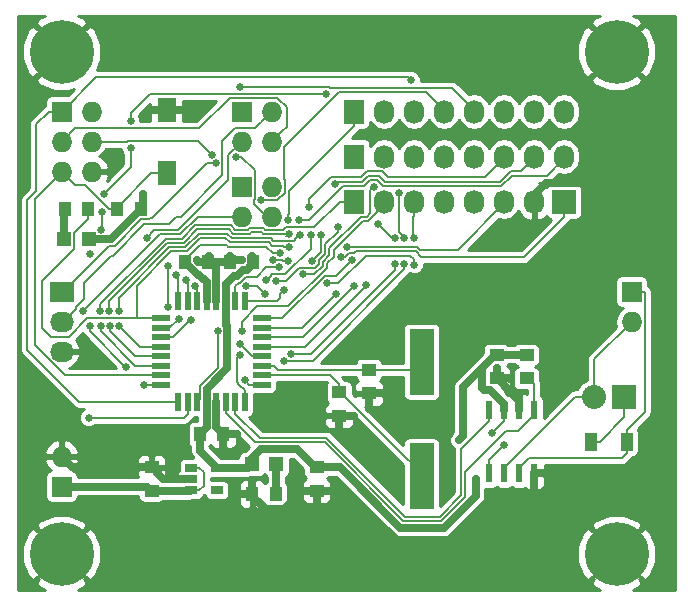
<source format=gbr>
G04 #@! TF.FileFunction,Copper,L1,Top,Mixed*
%FSLAX46Y46*%
G04 Gerber Fmt 4.6, Leading zero omitted, Abs format (unit mm)*
G04 Created by KiCad (PCBNEW 4.0.3-stable) date 10/08/16 01:20:23*
%MOMM*%
%LPD*%
G01*
G04 APERTURE LIST*
%ADD10C,0.100000*%
%ADD11R,0.600000X1.550000*%
%ADD12R,2.032000X2.032000*%
%ADD13R,2.100580X5.600700*%
%ADD14R,0.550000X1.600000*%
%ADD15R,1.600000X0.550000*%
%ADD16R,1.000000X1.250000*%
%ADD17R,1.250000X1.000000*%
%ADD18R,1.198880X1.198880*%
%ADD19R,1.727200X1.727200*%
%ADD20O,1.727200X1.727200*%
%ADD21R,1.727200X2.032000*%
%ADD22O,1.727200X2.032000*%
%ADD23O,2.032000X2.032000*%
%ADD24R,2.032000X1.727200*%
%ADD25O,2.032000X1.727200*%
%ADD26R,1.600000X2.000000*%
%ADD27R,1.060000X0.650000*%
%ADD28R,1.000000X1.600000*%
%ADD29C,5.400000*%
%ADD30C,0.600000*%
%ADD31C,0.635000*%
%ADD32C,0.635000*%
%ADD33C,0.203200*%
%ADD34C,0.177800*%
%ADD35C,0.254000*%
G04 APERTURE END LIST*
D10*
D11*
X98425000Y-70960000D03*
X97155000Y-70960000D03*
X95885000Y-70960000D03*
X94615000Y-70960000D03*
X94615000Y-76360000D03*
X95885000Y-76360000D03*
X97155000Y-76360000D03*
X98425000Y-76360000D03*
D12*
X100965000Y-53340000D03*
D13*
X88900000Y-76603860D03*
X88900000Y-66906140D03*
D14*
X68320000Y-70290000D03*
X69120000Y-70290000D03*
X69920000Y-70290000D03*
X70720000Y-70290000D03*
X71520000Y-70290000D03*
X72320000Y-70290000D03*
X73120000Y-70290000D03*
X73920000Y-70290000D03*
D15*
X75370000Y-68840000D03*
X75370000Y-68040000D03*
X75370000Y-67240000D03*
X75370000Y-66440000D03*
X75370000Y-65640000D03*
X75370000Y-64840000D03*
X75370000Y-64040000D03*
X75370000Y-63240000D03*
D14*
X73920000Y-61790000D03*
X73120000Y-61790000D03*
X72320000Y-61790000D03*
X71520000Y-61790000D03*
X70720000Y-61790000D03*
X69920000Y-61790000D03*
X69120000Y-61790000D03*
X68320000Y-61790000D03*
D15*
X66870000Y-63240000D03*
X66870000Y-64040000D03*
X66870000Y-64840000D03*
X66870000Y-65640000D03*
X66870000Y-66440000D03*
X66870000Y-67240000D03*
X66870000Y-68040000D03*
X66870000Y-68840000D03*
D16*
X70120000Y-73025000D03*
X72120000Y-73025000D03*
X74660000Y-58420000D03*
X72660000Y-58420000D03*
X68850000Y-58420000D03*
X70850000Y-58420000D03*
D17*
X66040000Y-77835000D03*
X66040000Y-75835000D03*
X80010000Y-75835000D03*
X80010000Y-77835000D03*
X81915000Y-71485000D03*
X81915000Y-69485000D03*
X84455000Y-69580000D03*
X84455000Y-67580000D03*
X95250000Y-66310000D03*
X95250000Y-68310000D03*
D18*
X74515980Y-75565000D03*
X76614020Y-75565000D03*
X60739020Y-56515000D03*
X58640980Y-56515000D03*
D19*
X58420000Y-77470000D03*
D20*
X58420000Y-74930000D03*
D21*
X83185000Y-49530000D03*
D22*
X85725000Y-49530000D03*
X88265000Y-49530000D03*
X90805000Y-49530000D03*
X93345000Y-49530000D03*
X95885000Y-49530000D03*
X98425000Y-49530000D03*
X100965000Y-49530000D03*
D21*
X83185000Y-53340000D03*
D22*
X85725000Y-53340000D03*
X88265000Y-53340000D03*
X90805000Y-53340000D03*
X93345000Y-53340000D03*
X95885000Y-53340000D03*
X98425000Y-53340000D03*
D21*
X83185000Y-45720000D03*
D22*
X85725000Y-45720000D03*
X88265000Y-45720000D03*
X90805000Y-45720000D03*
X93345000Y-45720000D03*
X95885000Y-45720000D03*
X98425000Y-45720000D03*
X100965000Y-45720000D03*
D19*
X73660000Y-52070000D03*
D20*
X76200000Y-52070000D03*
X73660000Y-54610000D03*
X76200000Y-54610000D03*
D19*
X73660000Y-45720000D03*
D20*
X76200000Y-45720000D03*
X73660000Y-48260000D03*
X76200000Y-48260000D03*
D12*
X106045000Y-69850000D03*
D23*
X103505000Y-69850000D03*
D19*
X58420000Y-45720000D03*
D20*
X60960000Y-45720000D03*
X58420000Y-48260000D03*
X60960000Y-48260000D03*
X58420000Y-50800000D03*
X60960000Y-50800000D03*
D19*
X106680000Y-60960000D03*
D20*
X106680000Y-63500000D03*
D24*
X58420000Y-60960000D03*
D25*
X58420000Y-63500000D03*
X58420000Y-66040000D03*
D26*
X67310000Y-50960000D03*
X67310000Y-45560000D03*
D27*
X69385000Y-75885000D03*
X69385000Y-76835000D03*
X69385000Y-77785000D03*
X71585000Y-77785000D03*
X71585000Y-75885000D03*
D16*
X74565000Y-78105000D03*
X76565000Y-78105000D03*
X65135000Y-53975000D03*
X63135000Y-53975000D03*
X60690000Y-53975000D03*
X58690000Y-53975000D03*
D17*
X97790000Y-66310000D03*
X97790000Y-68310000D03*
D28*
X103275000Y-73660000D03*
X106275000Y-73660000D03*
D29*
X58420000Y-40640000D03*
D30*
X60445000Y-40640000D03*
X59851891Y-42071891D03*
X58420000Y-42665000D03*
X56988109Y-42071891D03*
X56395000Y-40640000D03*
X56988109Y-39208109D03*
X58420000Y-38615000D03*
X59851891Y-39208109D03*
D29*
X105410000Y-40640000D03*
D30*
X107435000Y-40640000D03*
X106841891Y-42071891D03*
X105410000Y-42665000D03*
X103978109Y-42071891D03*
X103385000Y-40640000D03*
X103978109Y-39208109D03*
X105410000Y-38615000D03*
X106841891Y-39208109D03*
D29*
X58420000Y-83185000D03*
D30*
X60445000Y-83185000D03*
X59851891Y-84616891D03*
X58420000Y-85210000D03*
X56988109Y-84616891D03*
X56395000Y-83185000D03*
X56988109Y-81753109D03*
X58420000Y-81160000D03*
X59851891Y-81753109D03*
D29*
X105410000Y-83185000D03*
D30*
X107435000Y-83185000D03*
X106841891Y-84616891D03*
X105410000Y-85210000D03*
X103978109Y-84616891D03*
X103385000Y-83185000D03*
X103978109Y-81753109D03*
X105410000Y-81160000D03*
X106841891Y-81753109D03*
D31*
X74561804Y-57975510D03*
X92075000Y-73533000D03*
X93472000Y-76835000D03*
X94869000Y-72898000D03*
X95885000Y-73914000D03*
X65278000Y-52705000D03*
X72644000Y-57975510D03*
X70874928Y-57975510D03*
X99568000Y-76327000D03*
X98425000Y-77851000D03*
X95250000Y-67437000D03*
X96393000Y-68326000D03*
X68961000Y-45593000D03*
X65786000Y-45593000D03*
X73690098Y-58293000D03*
X69850000Y-58293000D03*
X74549000Y-76962000D03*
X73533000Y-78105000D03*
X73279000Y-73025000D03*
X72136000Y-74295000D03*
X81280000Y-77851000D03*
X80010000Y-78994000D03*
X83153881Y-71532119D03*
X81915000Y-72644000D03*
X84455000Y-70866000D03*
X85852000Y-69596000D03*
X86643544Y-58662213D03*
X77851000Y-66211510D03*
X85217000Y-55245000D03*
X86614000Y-56388000D03*
X73533000Y-66294000D03*
X87429129Y-58608599D03*
X87401413Y-56388000D03*
X86995000Y-52578000D03*
X73914000Y-68453000D03*
X77216000Y-66802000D03*
X83003126Y-58301636D03*
X78867000Y-59499510D03*
X84872136Y-52073326D03*
X68961000Y-59944000D03*
X79629000Y-58356490D03*
X80391000Y-56134000D03*
X76297031Y-58324371D03*
X77606227Y-58356490D03*
X68072000Y-59563000D03*
X79374989Y-53785289D03*
X75724862Y-60007512D03*
X79502000Y-56134000D03*
X68326000Y-63246000D03*
X81583315Y-51817012D03*
X81808184Y-55452649D03*
X76540455Y-60040931D03*
X69342000Y-63373000D03*
X63307763Y-63880889D03*
X78486000Y-54864000D03*
X78613000Y-56134000D03*
X63246000Y-62611000D03*
X61733287Y-63859521D03*
X61658510Y-62611000D03*
X73660000Y-64262000D03*
X71628000Y-64262000D03*
X80884516Y-60263762D03*
X77216000Y-60833000D03*
X88265000Y-58674000D03*
X88265000Y-56388000D03*
X76836108Y-58898317D03*
X74019137Y-60520088D03*
X75614978Y-61150523D03*
X69723000Y-60515510D03*
X82614547Y-57170162D03*
X77714390Y-57213479D03*
X62520354Y-63882815D03*
X62445923Y-62611000D03*
X77558349Y-54917535D03*
X77640227Y-56060546D03*
X65405000Y-68834000D03*
X63881000Y-67310000D03*
X60833000Y-63881000D03*
X60833000Y-57785000D03*
X61771106Y-55732187D03*
X61849000Y-54229000D03*
X61976000Y-52705000D03*
X64262000Y-48768000D03*
X64262000Y-46482000D03*
X80772000Y-44196000D03*
X88011000Y-43053000D03*
X60261490Y-62613482D03*
X60706000Y-71628000D03*
X75342047Y-53226380D03*
X73533000Y-65405000D03*
X67437000Y-62230000D03*
X67437000Y-58801000D03*
X65659000Y-56388000D03*
X73522866Y-43624490D03*
X84231362Y-60425459D03*
X83181322Y-60490121D03*
X81641535Y-61160803D03*
X71462879Y-50108846D03*
X73182794Y-49545444D03*
X71159716Y-49382134D03*
X82044064Y-58035878D03*
X76900031Y-57719969D03*
D32*
X74660000Y-58545000D02*
X74660000Y-58420000D01*
X73804272Y-59118490D02*
X74086510Y-59118490D01*
X74086510Y-59118490D02*
X74660000Y-58545000D01*
X73048510Y-59626490D02*
X73296272Y-59626490D01*
X72320000Y-60355000D02*
X73048510Y-59626490D01*
X73296272Y-59626490D02*
X73804272Y-59118490D01*
X72320000Y-61790000D02*
X72320000Y-60355000D01*
X74561804Y-58321804D02*
X74561804Y-57975510D01*
X74660000Y-58420000D02*
X74561804Y-58321804D01*
X62595000Y-56515000D02*
X65135000Y-53975000D01*
X62149060Y-56519589D02*
X62153649Y-56515000D01*
X60743609Y-56519589D02*
X62149060Y-56519589D01*
X60739020Y-56515000D02*
X60743609Y-56519589D01*
X62153649Y-56515000D02*
X62595000Y-56515000D01*
X70720000Y-69169178D02*
X70720000Y-70290000D01*
X72415401Y-67473777D02*
X70720000Y-69169178D01*
X72415401Y-63884047D02*
X72415401Y-67473777D01*
X72320000Y-63788646D02*
X72415401Y-63884047D01*
X72320000Y-61790000D02*
X72320000Y-63788646D01*
X93472000Y-78278238D02*
X93472000Y-77284012D01*
X90813116Y-80937122D02*
X93472000Y-78278238D01*
X80010000Y-75835000D02*
X82011761Y-75835000D01*
X93472000Y-77284012D02*
X93472000Y-76835000D01*
X82011761Y-75835000D02*
X87113883Y-80937122D01*
X87113883Y-80937122D02*
X90813116Y-80937122D01*
X92392499Y-69042501D02*
X95125000Y-66310000D01*
X93990000Y-69098000D02*
X93990000Y-67445000D01*
X92075000Y-73533000D02*
X92392499Y-73215501D01*
X95125000Y-66310000D02*
X95250000Y-66310000D01*
X92392499Y-73215501D02*
X92392499Y-69042501D01*
D33*
X94869000Y-72898000D02*
X95885000Y-71882000D01*
X95885000Y-71882000D02*
X95885000Y-70960000D01*
X94615000Y-76360000D02*
X94615000Y-75184000D01*
X94615000Y-75184000D02*
X95885000Y-73914000D01*
D32*
X94171901Y-69279901D02*
X93990000Y-69098000D01*
X93990000Y-67445000D02*
X95125000Y-66310000D01*
X95885000Y-70960000D02*
X95885000Y-70485000D01*
X95885000Y-70485000D02*
X94679901Y-69279901D01*
X94679901Y-69279901D02*
X94171901Y-69279901D01*
X97790000Y-66310000D02*
X95250000Y-66310000D01*
X65278000Y-52705000D02*
X65278000Y-53832000D01*
X65278000Y-53832000D02*
X65135000Y-53975000D01*
X80010000Y-75835000D02*
X79885000Y-75835000D01*
X79885000Y-75835000D02*
X78345000Y-74295000D01*
X78345000Y-74295000D02*
X75311000Y-74295000D01*
X75311000Y-74295000D02*
X74515980Y-75090020D01*
X74515980Y-75090020D02*
X74515980Y-75565000D01*
X70720000Y-70290000D02*
X70720000Y-72425000D01*
X70720000Y-72425000D02*
X70120000Y-73025000D01*
X70120000Y-73025000D02*
X70120000Y-74420000D01*
X70120000Y-74420000D02*
X71585000Y-75885000D01*
X71585000Y-75885000D02*
X74195980Y-75885000D01*
X74195980Y-75885000D02*
X74515980Y-75565000D01*
X104711499Y-51752499D02*
X99471479Y-51752499D01*
X99471479Y-51752499D02*
X98425000Y-52798978D01*
X98425000Y-52798978D02*
X98425000Y-53340000D01*
X104711499Y-51752499D02*
X106045000Y-53086000D01*
X72787000Y-58293000D02*
X73241086Y-58293000D01*
X72660000Y-58420000D02*
X72787000Y-58293000D01*
X73241086Y-58293000D02*
X73690098Y-58293000D01*
X72660000Y-58420000D02*
X72644000Y-58404000D01*
X70874928Y-58395072D02*
X70874928Y-57975510D01*
X72644000Y-58404000D02*
X72644000Y-57975510D01*
X70850000Y-58420000D02*
X70874928Y-58395072D01*
X98425000Y-76360000D02*
X99535000Y-76360000D01*
X99535000Y-76360000D02*
X99568000Y-76327000D01*
X98425000Y-76360000D02*
X98425000Y-77851000D01*
X95250000Y-68310000D02*
X95250000Y-67437000D01*
X95250000Y-68310000D02*
X96377000Y-68310000D01*
X96377000Y-68310000D02*
X96393000Y-68326000D01*
X67310000Y-45560000D02*
X68928000Y-45560000D01*
X68928000Y-45560000D02*
X68961000Y-45593000D01*
X67310000Y-45560000D02*
X65819000Y-45560000D01*
X65819000Y-45560000D02*
X65786000Y-45593000D01*
X70850000Y-58420000D02*
X69977000Y-58420000D01*
X69977000Y-58420000D02*
X69850000Y-58293000D01*
X74565000Y-78105000D02*
X74565000Y-76978000D01*
X74565000Y-76978000D02*
X74549000Y-76962000D01*
X74565000Y-78105000D02*
X73533000Y-78105000D01*
X72120000Y-73025000D02*
X73279000Y-73025000D01*
X72120000Y-73025000D02*
X72120000Y-74279000D01*
X72120000Y-74279000D02*
X72136000Y-74295000D01*
X80010000Y-77835000D02*
X81264000Y-77835000D01*
X81264000Y-77835000D02*
X81280000Y-77851000D01*
X80010000Y-77835000D02*
X80010000Y-78994000D01*
X95250000Y-68310000D02*
X97155000Y-70215000D01*
X97155000Y-70215000D02*
X97155000Y-70960000D01*
X80010000Y-77835000D02*
X78750000Y-77835000D01*
X78750000Y-77835000D02*
X77220000Y-79365000D01*
X77220000Y-79365000D02*
X75700000Y-79365000D01*
X75700000Y-79365000D02*
X74565000Y-78230000D01*
X74565000Y-78230000D02*
X74565000Y-78105000D01*
X70850000Y-58420000D02*
X71755000Y-58420000D01*
X71755000Y-58420000D02*
X72660000Y-58420000D01*
X71520000Y-61790000D02*
X71520000Y-58655000D01*
X71520000Y-58655000D02*
X71755000Y-58420000D01*
X71520000Y-70290000D02*
X71520000Y-72425000D01*
X71520000Y-72425000D02*
X72120000Y-73025000D01*
X69385000Y-76835000D02*
X67040000Y-76835000D01*
X67040000Y-76835000D02*
X66040000Y-75835000D01*
X66040000Y-75835000D02*
X59325000Y-75835000D01*
X59325000Y-75835000D02*
X58420000Y-74930000D01*
X82704869Y-71532119D02*
X83153881Y-71532119D01*
X81962119Y-71532119D02*
X82704869Y-71532119D01*
X81915000Y-71485000D02*
X81962119Y-71532119D01*
X81915000Y-71485000D02*
X81915000Y-72644000D01*
X84455000Y-69580000D02*
X84455000Y-70866000D01*
X84455000Y-69580000D02*
X85836000Y-69580000D01*
X85836000Y-69580000D02*
X85852000Y-69596000D01*
X66040000Y-77835000D02*
X69335000Y-77835000D01*
X69335000Y-77835000D02*
X69385000Y-77785000D01*
X58420000Y-77470000D02*
X65675000Y-77470000D01*
X65675000Y-77470000D02*
X66040000Y-77835000D01*
D34*
X70485000Y-76277200D02*
X70485000Y-77392800D01*
X70485000Y-77392800D02*
X70092800Y-77785000D01*
X70092800Y-77785000D02*
X69385000Y-77785000D01*
X69385000Y-75885000D02*
X70092800Y-75885000D01*
X70092800Y-75885000D02*
X70485000Y-76277200D01*
D33*
X81915000Y-69485000D02*
X82040000Y-69485000D01*
X82040000Y-69485000D02*
X86977000Y-74422000D01*
X86977000Y-74422000D02*
X86995000Y-74422000D01*
X86995000Y-74422000D02*
X88900000Y-76327000D01*
X88900000Y-76327000D02*
X88900000Y-76603860D01*
X75370000Y-68040000D02*
X81173200Y-68040000D01*
X81173200Y-68040000D02*
X81915000Y-68781800D01*
X81915000Y-68781800D02*
X81915000Y-69485000D01*
D34*
X88523860Y-75968860D02*
X88900000Y-75968860D01*
D33*
X83626800Y-67580000D02*
X84455000Y-67580000D01*
X76713200Y-67580000D02*
X83626800Y-67580000D01*
X76373200Y-67240000D02*
X76713200Y-67580000D01*
X75370000Y-67240000D02*
X76373200Y-67240000D01*
X84455000Y-67580000D02*
X88226140Y-67580000D01*
X88226140Y-67580000D02*
X88900000Y-66906140D01*
D32*
X76614020Y-75565000D02*
X76614020Y-78055980D01*
X76614020Y-78055980D02*
X76565000Y-78105000D01*
X58640980Y-56515000D02*
X58640980Y-54024020D01*
X58640980Y-54024020D02*
X58690000Y-53975000D01*
D33*
X86643544Y-59111225D02*
X86643544Y-58662213D01*
X77851000Y-66211510D02*
X79543259Y-66211510D01*
X79543259Y-66211510D02*
X86643544Y-59111225D01*
X86614000Y-56388000D02*
X86360000Y-56388000D01*
X86360000Y-56388000D02*
X85217000Y-55245000D01*
X73279000Y-68645800D02*
X73279000Y-66548000D01*
X73279000Y-66548000D02*
X73533000Y-66294000D01*
X73467200Y-68834000D02*
X73279000Y-68645800D01*
X73920000Y-70290000D02*
X73920000Y-69286800D01*
X73920000Y-69286800D02*
X73467200Y-68834000D01*
X79684740Y-66802000D02*
X87429129Y-59057611D01*
X77216000Y-66802000D02*
X79684740Y-66802000D01*
X87429129Y-59057611D02*
X87429129Y-58608599D01*
X86995000Y-55923178D02*
X87401413Y-56329591D01*
X87401413Y-56329591D02*
X87401413Y-56388000D01*
X86995000Y-52578000D02*
X86995000Y-55923178D01*
X75370000Y-68840000D02*
X74301000Y-68840000D01*
X74301000Y-68840000D02*
X73914000Y-68453000D01*
X82685627Y-58619135D02*
X83003126Y-58301636D01*
X77100040Y-63240000D02*
X80713542Y-59626498D01*
X75370000Y-63240000D02*
X77100040Y-63240000D01*
X80713542Y-59626498D02*
X81678264Y-59626498D01*
X81678264Y-59626498D02*
X82685627Y-58619135D01*
X81102222Y-57889086D02*
X80556113Y-58435194D01*
X80556113Y-58778110D02*
X79834713Y-59499510D01*
X80556113Y-58435194D02*
X80556113Y-58778110D01*
X79834713Y-59499510D02*
X79316012Y-59499510D01*
X81102222Y-57264286D02*
X81102222Y-57889086D01*
X83756509Y-54610001D02*
X81102222Y-57264286D01*
X84251801Y-54610001D02*
X83756509Y-54610001D01*
X84554637Y-54307165D02*
X84251801Y-54610001D01*
X84872136Y-52073326D02*
X84554637Y-52390825D01*
X79316012Y-59499510D02*
X78867000Y-59499510D01*
X84554637Y-52390825D02*
X84554637Y-54307165D01*
X69120000Y-61790000D02*
X69120000Y-60103000D01*
X69120000Y-60103000D02*
X68961000Y-59944000D01*
X80391000Y-57594490D02*
X79629000Y-58356490D01*
X80391000Y-56134000D02*
X80391000Y-57594490D01*
X77606227Y-58356490D02*
X77157215Y-58356490D01*
X77157215Y-58356490D02*
X77125096Y-58324371D01*
X77125096Y-58324371D02*
X76297031Y-58324371D01*
X68320000Y-61790000D02*
X68320000Y-59811000D01*
X68320000Y-59811000D02*
X68072000Y-59563000D01*
X95885000Y-49530000D02*
X95885000Y-49682400D01*
X81263759Y-51245510D02*
X79374989Y-53134280D01*
X86043638Y-51257528D02*
X85576712Y-50790602D01*
X85576712Y-50790602D02*
X84261200Y-50790602D01*
X79374989Y-53134280D02*
X79374989Y-53336277D01*
X79374989Y-53336277D02*
X79374989Y-53785289D01*
X84261200Y-50790602D02*
X83806292Y-51245510D01*
X95885000Y-49682400D02*
X94309872Y-51257528D01*
X83806292Y-51245510D02*
X81263759Y-51245510D01*
X94309872Y-51257528D02*
X86043638Y-51257528D01*
X79502000Y-56134000D02*
X79502000Y-57325269D01*
X79502000Y-57325269D02*
X77327768Y-59499501D01*
X77327768Y-59499501D02*
X76844847Y-59499501D01*
X76042361Y-59690013D02*
X75724862Y-60007512D01*
X76844847Y-59499501D02*
X76814776Y-59469430D01*
X76814776Y-59469430D02*
X76262944Y-59469430D01*
X76262944Y-59469430D02*
X76042361Y-59690013D01*
X67532000Y-64040000D02*
X68326000Y-63246000D01*
X66870000Y-64040000D02*
X67532000Y-64040000D01*
X80200502Y-58630812D02*
X80200502Y-58287896D01*
X79903322Y-58927992D02*
X80200502Y-58630812D01*
X81808184Y-55901661D02*
X81808184Y-55452649D01*
X80746611Y-57741788D02*
X80746611Y-56963234D01*
X80200502Y-58287896D02*
X80746611Y-57741788D01*
X78551990Y-58927992D02*
X79903322Y-58927992D01*
X77439051Y-60040931D02*
X78551990Y-58927992D01*
X80746611Y-56963234D02*
X81808184Y-55901661D01*
X76540455Y-60040931D02*
X77439051Y-60040931D01*
X81736716Y-51663611D02*
X81583315Y-51817012D01*
X82169000Y-51663611D02*
X81736716Y-51663611D01*
X95524298Y-51663611D02*
X87429344Y-51663611D01*
X96438709Y-50749200D02*
X95524298Y-51663611D01*
X83891100Y-51663611D02*
X82169000Y-51663611D01*
X84408498Y-51146213D02*
X83891100Y-51663611D01*
X85798430Y-51650887D02*
X85293756Y-51146213D01*
X85293756Y-51146213D02*
X84408498Y-51146213D01*
X87429344Y-51663611D02*
X87416620Y-51650887D01*
X98425000Y-49530000D02*
X98425000Y-49682400D01*
X98425000Y-49682400D02*
X97358200Y-50749200D01*
X97358200Y-50749200D02*
X96438709Y-50749200D01*
X87416620Y-51650887D02*
X85798430Y-51650887D01*
X82169000Y-51663611D02*
X82016591Y-51663611D01*
X69340200Y-63373000D02*
X69342000Y-63373000D01*
X66870000Y-64840000D02*
X67873200Y-64840000D01*
X67873200Y-64840000D02*
X69340200Y-63373000D01*
X79387724Y-54864000D02*
X82232502Y-52019222D01*
X84046380Y-52019222D02*
X84563778Y-51501824D01*
X82232502Y-52019222D02*
X84046380Y-52019222D01*
X99491779Y-51155621D02*
X100965000Y-49682400D01*
X95671596Y-52019222D02*
X96535197Y-51155621D01*
X87282046Y-52019222D02*
X95671596Y-52019222D01*
X85651132Y-52006498D02*
X87269322Y-52006498D01*
X85146458Y-51501824D02*
X85651132Y-52006498D01*
X78486000Y-54864000D02*
X79387724Y-54864000D01*
X87269322Y-52006498D02*
X87282046Y-52019222D01*
X100965000Y-49682400D02*
X100965000Y-49530000D01*
X96535197Y-51155621D02*
X99491779Y-51155621D01*
X84563778Y-51501824D02*
X85146458Y-51501824D01*
X63246000Y-62611000D02*
X63246000Y-61473091D01*
X63246000Y-61473091D02*
X67533703Y-57185388D01*
X76321886Y-56641977D02*
X78105023Y-56641977D01*
X76118732Y-56438823D02*
X76321886Y-56641977D01*
X67533703Y-57185388D02*
X68905248Y-57185388D01*
X72447911Y-56057778D02*
X72828955Y-56438823D01*
X72828955Y-56438823D02*
X76118732Y-56438823D01*
X78295501Y-56451499D02*
X78613000Y-56134000D01*
X70032858Y-56057778D02*
X72447911Y-56057778D01*
X78105023Y-56641977D02*
X78295501Y-56451499D01*
X68905248Y-57185388D02*
X70032858Y-56057778D01*
X65066874Y-65640000D02*
X63625262Y-64198388D01*
X66870000Y-65640000D02*
X65066874Y-65640000D01*
X63625262Y-64198388D02*
X63307763Y-63880889D01*
X67239107Y-56474166D02*
X61658510Y-62054763D01*
X68610652Y-56474166D02*
X67239107Y-56474166D01*
X72742506Y-55346556D02*
X69738262Y-55346556D01*
X75663551Y-55727601D02*
X75536506Y-55600556D01*
X77157575Y-55727601D02*
X75663551Y-55727601D01*
X83185000Y-53340000D02*
X81968544Y-53340000D01*
X77396131Y-55489045D02*
X77157575Y-55727601D01*
X74196449Y-55727601D02*
X73123551Y-55727601D01*
X69738262Y-55346556D02*
X68610652Y-56474166D01*
X61658510Y-62161988D02*
X61658510Y-62611000D01*
X61658510Y-62054763D02*
X61658510Y-62161988D01*
X79819499Y-55489045D02*
X77396131Y-55489045D01*
X75536506Y-55600556D02*
X74323494Y-55600556D01*
X73123551Y-55727601D02*
X72742506Y-55346556D01*
X81968544Y-53340000D02*
X79819499Y-55489045D01*
X74323494Y-55600556D02*
X74196449Y-55727601D01*
X66870000Y-67240000D02*
X64664754Y-67240000D01*
X61733287Y-64308533D02*
X61733287Y-63859521D01*
X64664754Y-67240000D02*
X61733287Y-64308533D01*
X73660000Y-63500000D02*
X74955391Y-62204609D01*
X81457833Y-57481052D02*
X83973273Y-54965612D01*
X80911724Y-58582492D02*
X81457833Y-58036384D01*
X85725000Y-53639711D02*
X85725000Y-53340000D01*
X80911724Y-58925408D02*
X80911724Y-58582492D01*
X77632523Y-62204609D02*
X80911724Y-58925408D01*
X73660000Y-64262000D02*
X73660000Y-63500000D01*
X84399099Y-54965612D02*
X85725000Y-53639711D01*
X74955391Y-62204609D02*
X77632523Y-62204609D01*
X81457833Y-58036384D02*
X81457833Y-57481052D01*
X83973273Y-54965612D02*
X84399099Y-54965612D01*
X69920000Y-70290000D02*
X70148490Y-70061510D01*
X70148490Y-70061510D02*
X70148490Y-68932451D01*
X70148490Y-68932451D02*
X71628000Y-67452942D01*
X71628000Y-67452942D02*
X71628000Y-64262000D01*
X81849238Y-60263762D02*
X81333528Y-60263762D01*
X88265000Y-58224988D02*
X87952012Y-57912000D01*
X88265000Y-58674000D02*
X88265000Y-58224988D01*
X87952012Y-57912000D02*
X84201000Y-57912000D01*
X81333528Y-60263762D02*
X80884516Y-60263762D01*
X84201000Y-57912000D02*
X81849238Y-60263762D01*
X76898501Y-61531499D02*
X76640000Y-61790000D01*
X76640000Y-61790000D02*
X73920000Y-61790000D01*
X76898501Y-61150499D02*
X76898501Y-61531499D01*
X77216000Y-60833000D02*
X76898501Y-61150499D01*
X88138000Y-54686200D02*
X88138000Y-56261000D01*
X88138000Y-56261000D02*
X88265000Y-56388000D01*
X88265000Y-53340000D02*
X88265000Y-54559200D01*
X88265000Y-54559200D02*
X88138000Y-54686200D01*
X73406000Y-60198000D02*
X73532999Y-60198000D01*
X76387096Y-58898317D02*
X76836108Y-58898317D01*
X73120000Y-60786800D02*
X73120000Y-60484000D01*
X73120000Y-60484000D02*
X73406000Y-60198000D01*
X74040999Y-59690000D02*
X74972202Y-59690000D01*
X74972202Y-59690000D02*
X75763885Y-58898317D01*
X73532999Y-60198000D02*
X74040999Y-59690000D01*
X75763885Y-58898317D02*
X76387096Y-58898317D01*
X73120000Y-61790000D02*
X73120000Y-60786800D01*
X73120000Y-60786800D02*
X73152000Y-60754800D01*
X74984543Y-60520088D02*
X74468149Y-60520088D01*
X75614978Y-61150523D02*
X74984543Y-60520088D01*
X74468149Y-60520088D02*
X74019137Y-60520088D01*
X69920000Y-60712510D02*
X69723000Y-60515510D01*
X69920000Y-61790000D02*
X69920000Y-60712510D01*
X77138398Y-57086499D02*
X77265378Y-57213479D01*
X76263499Y-57086499D02*
X77138398Y-57086499D01*
X72681657Y-56794434D02*
X75971434Y-56794434D01*
X70180155Y-56413389D02*
X72300613Y-56413389D01*
X69052546Y-57540999D02*
X70180155Y-56413389D01*
X67681001Y-57540999D02*
X69052546Y-57540999D01*
X64770000Y-60452000D02*
X67681001Y-57540999D01*
X75971434Y-56794434D02*
X76263499Y-57086499D01*
X72300613Y-56413389D02*
X72681657Y-56794434D01*
X77265378Y-57213479D02*
X77714390Y-57213479D01*
X64770000Y-63240000D02*
X64770000Y-60452000D01*
X88762818Y-57404000D02*
X88528980Y-57170162D01*
X91973400Y-57404000D02*
X88762818Y-57404000D01*
X83063559Y-57170162D02*
X82614547Y-57170162D01*
X88528980Y-57170162D02*
X83063559Y-57170162D01*
X95885000Y-53492400D02*
X91973400Y-57404000D01*
X95885000Y-53340000D02*
X95885000Y-53492400D01*
X64770000Y-63240000D02*
X66870000Y-63240000D01*
X60585000Y-63240000D02*
X64770000Y-63240000D01*
X59055000Y-64770000D02*
X60585000Y-63240000D01*
X57531000Y-64770000D02*
X59055000Y-64770000D01*
X56769000Y-64008000D02*
X57531000Y-64770000D01*
X56769000Y-60071000D02*
X56769000Y-64008000D01*
X57122062Y-59717938D02*
X56769000Y-60071000D01*
X57122062Y-59690000D02*
X57122062Y-59717938D01*
X60690000Y-53975000D02*
X60690000Y-54803200D01*
X60690000Y-54803200D02*
X59494421Y-55998779D01*
X59494421Y-55998779D02*
X59494421Y-57317641D01*
X59494421Y-57317641D02*
X57122062Y-59690000D01*
X62445923Y-62161988D02*
X62445923Y-62611000D01*
X68757950Y-56829777D02*
X67386405Y-56829777D01*
X72976253Y-56083212D02*
X72595209Y-55702167D01*
X75516253Y-56083212D02*
X75389208Y-55956167D01*
X77617561Y-56083212D02*
X75516253Y-56083212D01*
X72595209Y-55702167D02*
X69885559Y-55702167D01*
X62445923Y-61770259D02*
X62445923Y-62161988D01*
X75389208Y-55956167D02*
X74470792Y-55956167D01*
X69885559Y-55702167D02*
X68757950Y-56829777D01*
X77640227Y-56060546D02*
X77617561Y-56083212D01*
X74470792Y-55956167D02*
X74343747Y-56083212D01*
X67386405Y-56829777D02*
X62445923Y-61770259D01*
X74343747Y-56083212D02*
X72976253Y-56083212D01*
X62520354Y-64331827D02*
X62520354Y-63882815D01*
X66870000Y-66440000D02*
X64628527Y-66440000D01*
X64628527Y-66440000D02*
X62520354Y-64331827D01*
X77424328Y-56276445D02*
X77640227Y-56060546D01*
X83185000Y-46939200D02*
X77673212Y-52450988D01*
X77558349Y-54468523D02*
X77558349Y-54917535D01*
X77673212Y-54353660D02*
X77558349Y-54468523D01*
X77673212Y-52450988D02*
X77673212Y-54353660D01*
X83185000Y-45720000D02*
X83185000Y-46939200D01*
X65405000Y-68834000D02*
X66864000Y-68834000D01*
X66864000Y-68834000D02*
X66870000Y-68840000D01*
X60833000Y-63881000D02*
X60833000Y-64330012D01*
X60833000Y-64330012D02*
X63812988Y-67310000D01*
X63812988Y-67310000D02*
X63881000Y-67310000D01*
X61849000Y-54229000D02*
X61849000Y-55654293D01*
X61849000Y-55654293D02*
X61771106Y-55732187D01*
X64262000Y-48768000D02*
X64262000Y-50419000D01*
X64262000Y-50419000D02*
X61976000Y-52705000D01*
X65913000Y-44196000D02*
X64262000Y-45847000D01*
X64262000Y-45847000D02*
X64262000Y-46482000D01*
X70612000Y-44196000D02*
X65913000Y-44196000D01*
X80772000Y-44196000D02*
X70612000Y-44196000D01*
X58420000Y-45720000D02*
X61341000Y-42799000D01*
X61341000Y-42799000D02*
X87757000Y-42799000D01*
X87757000Y-42799000D02*
X88011000Y-43053000D01*
X67841800Y-70290000D02*
X68320000Y-70290000D01*
X59876000Y-70290000D02*
X67841800Y-70290000D01*
X55524389Y-53192703D02*
X55524389Y-65938389D01*
X55524389Y-65938389D02*
X59876000Y-70290000D01*
X56261000Y-52456092D02*
X55524389Y-53192703D01*
X56261000Y-46812200D02*
X56261000Y-52456092D01*
X57353200Y-45720000D02*
X56261000Y-46812200D01*
X58420000Y-45720000D02*
X57353200Y-45720000D01*
X60578989Y-62295983D02*
X60261490Y-62613482D01*
X68463354Y-56118555D02*
X66756417Y-56118555D01*
X69971909Y-54610000D02*
X68463354Y-56118555D01*
X73660000Y-54610000D02*
X69971909Y-54610000D01*
X66756417Y-56118555D02*
X60578989Y-62295983D01*
X75791059Y-53226380D02*
X75342047Y-53226380D01*
X77317601Y-52606449D02*
X76697670Y-53226380D01*
X89306400Y-44069000D02*
X81920091Y-44069000D01*
X90805000Y-45567600D02*
X89306400Y-44069000D01*
X81920091Y-44069000D02*
X77241389Y-48747702D01*
X90805000Y-45720000D02*
X90805000Y-45567600D01*
X77241389Y-51457339D02*
X77317601Y-51533551D01*
X77241389Y-48747702D02*
X77241389Y-51457339D01*
X77317601Y-51533551D02*
X77317601Y-52606449D01*
X76697670Y-53226380D02*
X75791059Y-53226380D01*
X69120000Y-70290000D02*
X69120000Y-71293200D01*
X69120000Y-71293200D02*
X68785200Y-71628000D01*
X68785200Y-71628000D02*
X61155012Y-71628000D01*
X61155012Y-71628000D02*
X60706000Y-71628000D01*
X73533000Y-65405000D02*
X74568000Y-66440000D01*
X74568000Y-66440000D02*
X75370000Y-66440000D01*
X67437000Y-58801000D02*
X67437000Y-62230000D01*
X68316056Y-55762944D02*
X66284056Y-55762944D01*
X72542399Y-51536601D02*
X68316056Y-55762944D01*
X66284056Y-55762944D02*
X65659000Y-56388000D01*
X72542399Y-49377601D02*
X72542399Y-51536601D01*
X73660000Y-48260000D02*
X72542399Y-49377601D01*
X80078583Y-43624490D02*
X73971878Y-43624490D01*
X80078592Y-43624499D02*
X80078583Y-43624490D01*
X81046321Y-43624499D02*
X80078592Y-43624499D01*
X81135211Y-43713389D02*
X81046321Y-43624499D01*
X91490789Y-43713389D02*
X81135211Y-43713389D01*
X93345000Y-45567600D02*
X91490789Y-43713389D01*
X93345000Y-45720000D02*
X93345000Y-45567600D01*
X73971878Y-43624490D02*
X73522866Y-43624490D01*
X83913863Y-60742958D02*
X84231362Y-60425459D01*
X75370000Y-65640000D02*
X79016821Y-65640000D01*
X79016821Y-65640000D02*
X83913863Y-60742958D01*
X82863823Y-60807620D02*
X83181322Y-60490121D01*
X75370000Y-64840000D02*
X78831443Y-64840000D01*
X78831443Y-64840000D02*
X82863823Y-60807620D01*
X98425000Y-45720000D02*
X98425000Y-45872400D01*
X81324036Y-61478302D02*
X81641535Y-61160803D01*
X75370000Y-64040000D02*
X78762338Y-64040000D01*
X78762338Y-64040000D02*
X81324036Y-61478302D01*
X65186454Y-54854001D02*
X65797389Y-54854001D01*
X62445890Y-57086510D02*
X62953945Y-57086510D01*
X71013867Y-50108846D02*
X71462879Y-50108846D01*
X70731694Y-50108846D02*
X71013867Y-50108846D01*
X65797389Y-54854001D02*
X65889001Y-54762389D01*
X66078151Y-54762389D02*
X70731694Y-50108846D01*
X62953945Y-57086510D02*
X65186454Y-54854001D01*
X58572400Y-60960000D02*
X62445890Y-57086510D01*
X58420000Y-60960000D02*
X58572400Y-60960000D01*
X65889001Y-54762389D02*
X66078151Y-54762389D01*
X70842217Y-49064635D02*
X71159716Y-49382134D01*
X69974081Y-48196499D02*
X70842217Y-49064635D01*
X63987679Y-48196499D02*
X69974081Y-48196499D01*
X63924178Y-48260000D02*
X63987679Y-48196499D01*
X60960000Y-48260000D02*
X63924178Y-48260000D01*
X74726801Y-53519843D02*
X74726801Y-53187601D01*
X73631806Y-49545444D02*
X73182794Y-49545444D01*
X74777601Y-53136801D02*
X74777601Y-50691239D01*
X74726801Y-53187601D02*
X74777601Y-53136801D01*
X76200000Y-54610000D02*
X75816958Y-54610000D01*
X75816958Y-54610000D02*
X74726801Y-53519843D01*
X74777601Y-50691239D02*
X73631806Y-49545444D01*
X75336401Y-46583599D02*
X76200000Y-45720000D01*
X73123551Y-47142399D02*
X74777601Y-47142399D01*
X72034389Y-48231561D02*
X73123551Y-47142399D01*
X62631365Y-57912000D02*
X62738000Y-57912000D01*
X68097510Y-54609945D02*
X68529255Y-54609945D01*
X62738000Y-57912000D02*
X65440388Y-55209612D01*
X59639200Y-62280800D02*
X60324981Y-61595019D01*
X68529255Y-54609945D02*
X72034389Y-51104811D01*
X67497843Y-55209612D02*
X68097510Y-54609945D01*
X65440388Y-55209612D02*
X67497843Y-55209612D01*
X60324981Y-61595019D02*
X60324981Y-60218384D01*
X59639200Y-62433200D02*
X59639200Y-62280800D01*
X58420000Y-63500000D02*
X58572400Y-63500000D01*
X58572400Y-63500000D02*
X59639200Y-62433200D01*
X60324981Y-60218384D02*
X62631365Y-57912000D01*
X74777601Y-47142399D02*
X75336401Y-46583599D01*
X72034389Y-51104811D02*
X72034389Y-48231561D01*
X77063599Y-47396401D02*
X76200000Y-48260000D01*
X72643987Y-44551611D02*
X76687702Y-44551611D01*
X77470000Y-46990000D02*
X77063599Y-47396401D01*
X70053199Y-47142399D02*
X72643987Y-44551611D01*
X58420000Y-48260000D02*
X59537601Y-47142399D01*
X59537601Y-47142399D02*
X70053199Y-47142399D01*
X77470000Y-45333909D02*
X77470000Y-46990000D01*
X76687702Y-44551611D02*
X77470000Y-45333909D01*
X103275000Y-73660000D02*
X103978200Y-73660000D01*
X103978200Y-73660000D02*
X106045000Y-71593200D01*
X106045000Y-71593200D02*
X106045000Y-71069200D01*
X106045000Y-71069200D02*
X106045000Y-69850000D01*
X95885000Y-76360000D02*
X95885000Y-75885000D01*
X95885000Y-75885000D02*
X101920000Y-69850000D01*
X101920000Y-69850000D02*
X102068160Y-69850000D01*
X102068160Y-69850000D02*
X103505000Y-69850000D01*
X106680000Y-63500000D02*
X103505000Y-66675000D01*
X103505000Y-66675000D02*
X103505000Y-69850000D01*
X58420000Y-50800000D02*
X59537601Y-51917601D01*
X59537601Y-51917601D02*
X60374401Y-51917601D01*
X60374401Y-51917601D02*
X62431800Y-53975000D01*
X62431800Y-53975000D02*
X63135000Y-53975000D01*
X67310000Y-50960000D02*
X66025000Y-50960000D01*
X66025000Y-50960000D02*
X63135000Y-53850000D01*
X63135000Y-53850000D02*
X63135000Y-53975000D01*
X56134000Y-65486939D02*
X56134000Y-53086000D01*
X56134000Y-53086000D02*
X58420000Y-50800000D01*
X58687061Y-68040000D02*
X56134000Y-65486939D01*
X66870000Y-68040000D02*
X58687061Y-68040000D01*
X106680000Y-60960000D02*
X107746800Y-60960000D01*
X107746800Y-60960000D02*
X107797601Y-61010801D01*
X107797601Y-61010801D02*
X107797601Y-71134199D01*
X107797601Y-71134199D02*
X106275000Y-72656800D01*
X106275000Y-72656800D02*
X106275000Y-73660000D01*
X105881200Y-75057000D02*
X97983000Y-75057000D01*
X97155000Y-75885000D02*
X97155000Y-76360000D01*
X97983000Y-75057000D02*
X97155000Y-75885000D01*
X106275000Y-73660000D02*
X106275000Y-74663200D01*
X106275000Y-74663200D02*
X105881200Y-75057000D01*
X92583000Y-76200000D02*
X92583000Y-78359000D01*
X72320000Y-71257762D02*
X72320000Y-70290000D01*
X74785727Y-73723489D02*
X72320000Y-71257762D01*
X80708489Y-73723489D02*
X74785727Y-73723489D01*
X87350610Y-80365611D02*
X80708489Y-73723489D01*
X92583000Y-78359000D02*
X90576389Y-80365611D01*
X96012000Y-72771000D02*
X92583000Y-76200000D01*
X98425000Y-71435000D02*
X97089000Y-72771000D01*
X98425000Y-70960000D02*
X98425000Y-71435000D01*
X90576389Y-80365611D02*
X87350610Y-80365611D01*
X97089000Y-72771000D02*
X96012000Y-72771000D01*
X97790000Y-68310000D02*
X97915000Y-68310000D01*
X98425000Y-68820000D02*
X98425000Y-69981800D01*
X97915000Y-68310000D02*
X98425000Y-68820000D01*
X98425000Y-69981800D02*
X98425000Y-70960000D01*
X73120000Y-70290000D02*
X73120000Y-71293200D01*
X73120000Y-71293200D02*
X75194678Y-73367878D01*
X94615000Y-71938200D02*
X94615000Y-70960000D01*
X75194678Y-73367878D02*
X80855787Y-73367878D01*
X80855787Y-73367878D02*
X87497908Y-80010000D01*
X92227389Y-78206611D02*
X92227389Y-74325811D01*
X87497908Y-80010000D02*
X90424000Y-80010000D01*
X90424000Y-80010000D02*
X92227389Y-78206611D01*
X92227389Y-74325811D02*
X94615000Y-71938200D01*
X83393277Y-57556389D02*
X83219531Y-57730135D01*
X82434747Y-58035878D02*
X82044064Y-58035878D01*
X83219531Y-57730135D02*
X82740490Y-57730135D01*
X88412298Y-57556389D02*
X83393277Y-57556389D01*
X97586800Y-58039000D02*
X88894909Y-58039000D01*
X100965000Y-53340000D02*
X100965000Y-54660800D01*
X100965000Y-54660800D02*
X97586800Y-58039000D01*
X82740490Y-57730135D02*
X82434747Y-58035878D01*
X88894909Y-58039000D02*
X88412298Y-57556389D01*
X76451019Y-57719969D02*
X76900031Y-57719969D01*
X76320957Y-57719969D02*
X76451019Y-57719969D01*
X72534359Y-57150045D02*
X75751033Y-57150045D01*
X70122000Y-57023000D02*
X72407314Y-57023000D01*
X68850000Y-58295000D02*
X70122000Y-57023000D01*
X68850000Y-58420000D02*
X68850000Y-58295000D01*
X72407314Y-57023000D02*
X72534359Y-57150045D01*
X75751033Y-57150045D02*
X76320957Y-57719969D01*
D32*
X70720000Y-60355000D02*
X70720000Y-61790000D01*
X70720000Y-60156644D02*
X70720000Y-60355000D01*
X70100954Y-59537598D02*
X70720000Y-60156644D01*
X69967598Y-59537598D02*
X70100954Y-59537598D01*
X68850000Y-58420000D02*
X69967598Y-59537598D01*
D35*
G36*
X56536284Y-37809117D02*
X56525472Y-37816341D01*
X56219414Y-38259809D01*
X56506647Y-38547042D01*
X56326885Y-38726490D01*
X56039809Y-38439414D01*
X55596341Y-38745472D01*
X55086275Y-39970252D01*
X55083738Y-41296995D01*
X55589117Y-42523716D01*
X55596341Y-42534528D01*
X56039809Y-42840586D01*
X56327042Y-42553353D01*
X56506490Y-42733115D01*
X56219414Y-43020191D01*
X56525472Y-43463659D01*
X57750252Y-43973725D01*
X59076995Y-43976262D01*
X59459018Y-43818878D01*
X58939448Y-44338448D01*
X57556400Y-44338448D01*
X57368147Y-44373870D01*
X57195247Y-44485128D01*
X57079255Y-44654888D01*
X57038448Y-44856400D01*
X57038448Y-45211238D01*
X56922148Y-45288948D01*
X55829948Y-46381148D01*
X55697803Y-46578916D01*
X55651400Y-46812200D01*
X55651400Y-52203588D01*
X55093337Y-52761651D01*
X54961192Y-52959419D01*
X54914789Y-53192703D01*
X54914789Y-65938389D01*
X54961192Y-66171673D01*
X55093337Y-66369441D01*
X59444947Y-70721052D01*
X59612489Y-70833000D01*
X59642716Y-70853197D01*
X59876000Y-70899600D01*
X60307171Y-70899600D01*
X60239002Y-70927767D01*
X60006583Y-71159781D01*
X59880643Y-71463077D01*
X59880357Y-71791482D01*
X60005767Y-72094998D01*
X60237781Y-72327417D01*
X60541077Y-72453357D01*
X60869482Y-72453643D01*
X61172998Y-72328233D01*
X61263789Y-72237600D01*
X68785200Y-72237600D01*
X69018484Y-72191197D01*
X69216252Y-72059052D01*
X69551053Y-71724252D01*
X69630697Y-71605056D01*
X69645000Y-71607952D01*
X69894500Y-71607952D01*
X69894500Y-71882048D01*
X69620000Y-71882048D01*
X69431747Y-71917470D01*
X69258847Y-72028728D01*
X69142855Y-72198488D01*
X69102048Y-72400000D01*
X69102048Y-73650000D01*
X69137470Y-73838253D01*
X69248728Y-74011153D01*
X69294500Y-74042428D01*
X69294500Y-74420000D01*
X69357337Y-74735906D01*
X69536283Y-75003717D01*
X69574614Y-75042048D01*
X68855000Y-75042048D01*
X68666747Y-75077470D01*
X68493847Y-75188728D01*
X68377855Y-75358488D01*
X68337048Y-75560000D01*
X68337048Y-76129926D01*
X68316673Y-76150301D01*
X68220000Y-76383690D01*
X68220000Y-76549250D01*
X68378750Y-76708000D01*
X68756474Y-76708000D01*
X68855000Y-76727952D01*
X69532000Y-76727952D01*
X69532000Y-76942048D01*
X68855000Y-76942048D01*
X68748964Y-76962000D01*
X68378750Y-76962000D01*
X68331250Y-77009500D01*
X67059214Y-77009500D01*
X67036272Y-76973847D01*
X66940313Y-76908281D01*
X67024699Y-76873327D01*
X67203327Y-76694698D01*
X67300000Y-76461309D01*
X67300000Y-76120750D01*
X67141250Y-75962000D01*
X66167000Y-75962000D01*
X66167000Y-75982000D01*
X65913000Y-75982000D01*
X65913000Y-75962000D01*
X64938750Y-75962000D01*
X64780000Y-76120750D01*
X64780000Y-76461309D01*
X64855880Y-76644500D01*
X59801552Y-76644500D01*
X59801552Y-76606400D01*
X59766130Y-76418147D01*
X59654872Y-76245247D01*
X59485112Y-76129255D01*
X59322444Y-76096314D01*
X59626821Y-75818490D01*
X59874968Y-75289027D01*
X59833247Y-75208691D01*
X64780000Y-75208691D01*
X64780000Y-75549250D01*
X64938750Y-75708000D01*
X65913000Y-75708000D01*
X65913000Y-74858750D01*
X66167000Y-74858750D01*
X66167000Y-75708000D01*
X67141250Y-75708000D01*
X67300000Y-75549250D01*
X67300000Y-75208691D01*
X67203327Y-74975302D01*
X67024699Y-74796673D01*
X66791310Y-74700000D01*
X66325750Y-74700000D01*
X66167000Y-74858750D01*
X65913000Y-74858750D01*
X65754250Y-74700000D01*
X65288690Y-74700000D01*
X65055301Y-74796673D01*
X64876673Y-74975302D01*
X64780000Y-75208691D01*
X59833247Y-75208691D01*
X59754469Y-75057000D01*
X58547000Y-75057000D01*
X58547000Y-75077000D01*
X58293000Y-75077000D01*
X58293000Y-75057000D01*
X57085531Y-75057000D01*
X56965032Y-75289027D01*
X57213179Y-75818490D01*
X57517050Y-76095852D01*
X57368147Y-76123870D01*
X57195247Y-76235128D01*
X57079255Y-76404888D01*
X57038448Y-76606400D01*
X57038448Y-78333600D01*
X57073870Y-78521853D01*
X57185128Y-78694753D01*
X57354888Y-78810745D01*
X57556400Y-78851552D01*
X59283600Y-78851552D01*
X59471853Y-78816130D01*
X59644753Y-78704872D01*
X59760745Y-78535112D01*
X59801552Y-78333600D01*
X59801552Y-78295500D01*
X64897048Y-78295500D01*
X64897048Y-78335000D01*
X64932470Y-78523253D01*
X65043728Y-78696153D01*
X65213488Y-78812145D01*
X65415000Y-78852952D01*
X66665000Y-78852952D01*
X66853253Y-78817530D01*
X67026153Y-78706272D01*
X67057428Y-78660500D01*
X69335000Y-78660500D01*
X69498631Y-78627952D01*
X69915000Y-78627952D01*
X70103253Y-78592530D01*
X70276153Y-78481272D01*
X70392145Y-78311512D01*
X70397399Y-78285565D01*
X70514872Y-78207072D01*
X70548909Y-78173035D01*
X70572470Y-78298253D01*
X70683728Y-78471153D01*
X70853488Y-78587145D01*
X71055000Y-78627952D01*
X72115000Y-78627952D01*
X72303253Y-78592530D01*
X72476153Y-78481272D01*
X72538004Y-78390750D01*
X73430000Y-78390750D01*
X73430000Y-78856310D01*
X73526673Y-79089699D01*
X73705302Y-79268327D01*
X73938691Y-79365000D01*
X74279250Y-79365000D01*
X74438000Y-79206250D01*
X74438000Y-78232000D01*
X73588750Y-78232000D01*
X73430000Y-78390750D01*
X72538004Y-78390750D01*
X72592145Y-78311512D01*
X72632952Y-78110000D01*
X72632952Y-77460000D01*
X72612949Y-77353690D01*
X73430000Y-77353690D01*
X73430000Y-77819250D01*
X73588750Y-77978000D01*
X74438000Y-77978000D01*
X74438000Y-77003750D01*
X74279250Y-76845000D01*
X73938691Y-76845000D01*
X73705302Y-76941673D01*
X73526673Y-77120301D01*
X73430000Y-77353690D01*
X72612949Y-77353690D01*
X72597530Y-77271747D01*
X72486272Y-77098847D01*
X72316512Y-76982855D01*
X72115000Y-76942048D01*
X71081900Y-76942048D01*
X71081900Y-76727952D01*
X72115000Y-76727952D01*
X72207750Y-76710500D01*
X74195980Y-76710500D01*
X74337290Y-76682392D01*
X75115420Y-76682392D01*
X75303673Y-76646970D01*
X75476573Y-76535712D01*
X75565794Y-76405133D01*
X75643308Y-76525593D01*
X75788520Y-76624812D01*
X75788520Y-77054242D01*
X75703847Y-77108728D01*
X75638281Y-77204687D01*
X75603327Y-77120301D01*
X75424698Y-76941673D01*
X75191309Y-76845000D01*
X74850750Y-76845000D01*
X74692000Y-77003750D01*
X74692000Y-77978000D01*
X74712000Y-77978000D01*
X74712000Y-78232000D01*
X74692000Y-78232000D01*
X74692000Y-79206250D01*
X74850750Y-79365000D01*
X75191309Y-79365000D01*
X75424698Y-79268327D01*
X75603327Y-79089699D01*
X75638363Y-79005114D01*
X75693728Y-79091153D01*
X75863488Y-79207145D01*
X76065000Y-79247952D01*
X77065000Y-79247952D01*
X77253253Y-79212530D01*
X77426153Y-79101272D01*
X77542145Y-78931512D01*
X77582952Y-78730000D01*
X77582952Y-78120750D01*
X78750000Y-78120750D01*
X78750000Y-78461309D01*
X78846673Y-78694698D01*
X79025301Y-78873327D01*
X79258690Y-78970000D01*
X79724250Y-78970000D01*
X79883000Y-78811250D01*
X79883000Y-77962000D01*
X80137000Y-77962000D01*
X80137000Y-78811250D01*
X80295750Y-78970000D01*
X80761310Y-78970000D01*
X80994699Y-78873327D01*
X81173327Y-78694698D01*
X81270000Y-78461309D01*
X81270000Y-78120750D01*
X81111250Y-77962000D01*
X80137000Y-77962000D01*
X79883000Y-77962000D01*
X78908750Y-77962000D01*
X78750000Y-78120750D01*
X77582952Y-78120750D01*
X77582952Y-77480000D01*
X77547530Y-77291747D01*
X77439520Y-77123895D01*
X77439520Y-76622642D01*
X77574613Y-76535712D01*
X77690605Y-76365952D01*
X77731412Y-76164440D01*
X77731412Y-75120500D01*
X78003066Y-75120500D01*
X78867048Y-75984482D01*
X78867048Y-76335000D01*
X78902470Y-76523253D01*
X79013728Y-76696153D01*
X79109687Y-76761719D01*
X79025301Y-76796673D01*
X78846673Y-76975302D01*
X78750000Y-77208691D01*
X78750000Y-77549250D01*
X78908750Y-77708000D01*
X79883000Y-77708000D01*
X79883000Y-77688000D01*
X80137000Y-77688000D01*
X80137000Y-77708000D01*
X81111250Y-77708000D01*
X81270000Y-77549250D01*
X81270000Y-77208691D01*
X81173327Y-76975302D01*
X80994699Y-76796673D01*
X80910114Y-76761637D01*
X80996153Y-76706272D01*
X81027428Y-76660500D01*
X81669827Y-76660500D01*
X86530166Y-81520839D01*
X86797977Y-81699785D01*
X87113883Y-81762622D01*
X90813116Y-81762622D01*
X91129022Y-81699785D01*
X91396833Y-81520839D01*
X94055717Y-78861955D01*
X94234663Y-78594143D01*
X94297501Y-78278238D01*
X94297500Y-78278233D01*
X94297500Y-77649408D01*
X94315000Y-77652952D01*
X94915000Y-77652952D01*
X95103253Y-77617530D01*
X95251631Y-77522051D01*
X95383488Y-77612145D01*
X95585000Y-77652952D01*
X96185000Y-77652952D01*
X96373253Y-77617530D01*
X96521631Y-77522051D01*
X96653488Y-77612145D01*
X96855000Y-77652952D01*
X97455000Y-77652952D01*
X97643253Y-77617530D01*
X97683565Y-77591590D01*
X97765301Y-77673327D01*
X97998690Y-77770000D01*
X98139250Y-77770000D01*
X98298000Y-77611250D01*
X98298000Y-76487000D01*
X98552000Y-76487000D01*
X98552000Y-77611250D01*
X98710750Y-77770000D01*
X98851310Y-77770000D01*
X99084699Y-77673327D01*
X99263327Y-77494698D01*
X99360000Y-77261309D01*
X99360000Y-76645750D01*
X99201250Y-76487000D01*
X98552000Y-76487000D01*
X98298000Y-76487000D01*
X98278000Y-76487000D01*
X98278000Y-76233000D01*
X98298000Y-76233000D01*
X98298000Y-76213000D01*
X98552000Y-76213000D01*
X98552000Y-76233000D01*
X99201250Y-76233000D01*
X99360000Y-76074250D01*
X99360000Y-75666600D01*
X105881200Y-75666600D01*
X106114484Y-75620197D01*
X106312252Y-75488052D01*
X106706052Y-75094253D01*
X106785022Y-74976066D01*
X106963253Y-74942530D01*
X107136153Y-74831272D01*
X107252145Y-74661512D01*
X107292952Y-74460000D01*
X107292952Y-72860000D01*
X107257530Y-72671747D01*
X107204527Y-72589377D01*
X108228653Y-71565251D01*
X108360798Y-71367483D01*
X108407201Y-71134199D01*
X108407201Y-61010801D01*
X108360798Y-60777517D01*
X108326854Y-60726716D01*
X108228653Y-60579748D01*
X108177852Y-60528948D01*
X108061552Y-60451238D01*
X108061552Y-60096400D01*
X108026130Y-59908147D01*
X107914872Y-59735247D01*
X107745112Y-59619255D01*
X107543600Y-59578448D01*
X105816400Y-59578448D01*
X105628147Y-59613870D01*
X105455247Y-59725128D01*
X105339255Y-59894888D01*
X105298448Y-60096400D01*
X105298448Y-61823600D01*
X105333870Y-62011853D01*
X105445128Y-62184753D01*
X105614888Y-62300745D01*
X105816400Y-62341552D01*
X105952147Y-62341552D01*
X105710132Y-62503261D01*
X105412807Y-62948240D01*
X105308400Y-63473129D01*
X105308400Y-63526871D01*
X105388473Y-63929423D01*
X103073948Y-66243948D01*
X102941803Y-66441716D01*
X102895400Y-66675000D01*
X102895400Y-68429784D01*
X102427369Y-68742512D01*
X102097008Y-69236933D01*
X102096318Y-69240400D01*
X101920000Y-69240400D01*
X101686716Y-69286803D01*
X101488948Y-69418948D01*
X99242952Y-71664944D01*
X99242952Y-70185000D01*
X99207530Y-69996747D01*
X99096272Y-69823847D01*
X99034600Y-69781708D01*
X99034600Y-68820000D01*
X98988197Y-68586716D01*
X98932952Y-68504036D01*
X98932952Y-67810000D01*
X98897530Y-67621747D01*
X98786272Y-67448847D01*
X98616512Y-67332855D01*
X98506905Y-67310659D01*
X98603253Y-67292530D01*
X98776153Y-67181272D01*
X98892145Y-67011512D01*
X98932952Y-66810000D01*
X98932952Y-65810000D01*
X98897530Y-65621747D01*
X98786272Y-65448847D01*
X98616512Y-65332855D01*
X98415000Y-65292048D01*
X97165000Y-65292048D01*
X96976747Y-65327470D01*
X96803847Y-65438728D01*
X96772572Y-65484500D01*
X96269214Y-65484500D01*
X96246272Y-65448847D01*
X96076512Y-65332855D01*
X95875000Y-65292048D01*
X94625000Y-65292048D01*
X94436747Y-65327470D01*
X94263847Y-65438728D01*
X94147855Y-65608488D01*
X94107048Y-65810000D01*
X94107048Y-66160518D01*
X91808782Y-68458784D01*
X91629836Y-68726595D01*
X91581013Y-68972048D01*
X91566999Y-69042501D01*
X91566999Y-72873567D01*
X91491506Y-72949060D01*
X91375583Y-73064781D01*
X91249643Y-73368077D01*
X91249357Y-73696482D01*
X91374767Y-73999998D01*
X91606781Y-74232417D01*
X91634109Y-74243765D01*
X91617789Y-74325811D01*
X91617789Y-77954107D01*
X90468242Y-79103654D01*
X90468242Y-73803510D01*
X90432820Y-73615257D01*
X90321562Y-73442357D01*
X90151802Y-73326365D01*
X89950290Y-73285558D01*
X87849710Y-73285558D01*
X87661457Y-73320980D01*
X87488557Y-73432238D01*
X87372565Y-73601998D01*
X87331758Y-73803510D01*
X87331758Y-73914653D01*
X84132104Y-70715000D01*
X84169250Y-70715000D01*
X84328000Y-70556250D01*
X84328000Y-69707000D01*
X84582000Y-69707000D01*
X84582000Y-70556250D01*
X84740750Y-70715000D01*
X85206310Y-70715000D01*
X85439699Y-70618327D01*
X85618327Y-70439698D01*
X85715000Y-70206309D01*
X85715000Y-69865750D01*
X85556250Y-69707000D01*
X84582000Y-69707000D01*
X84328000Y-69707000D01*
X83353750Y-69707000D01*
X83238927Y-69821823D01*
X83057952Y-69640848D01*
X83057952Y-68985000D01*
X83022530Y-68796747D01*
X82911272Y-68623847D01*
X82741512Y-68507855D01*
X82540000Y-68467048D01*
X82423762Y-68467048D01*
X82413220Y-68451272D01*
X82346053Y-68350748D01*
X82184905Y-68189600D01*
X83332671Y-68189600D01*
X83347470Y-68268253D01*
X83458728Y-68441153D01*
X83554687Y-68506719D01*
X83470301Y-68541673D01*
X83291673Y-68720302D01*
X83195000Y-68953691D01*
X83195000Y-69294250D01*
X83353750Y-69453000D01*
X84328000Y-69453000D01*
X84328000Y-69433000D01*
X84582000Y-69433000D01*
X84582000Y-69453000D01*
X85556250Y-69453000D01*
X85715000Y-69294250D01*
X85715000Y-68953691D01*
X85618327Y-68720302D01*
X85439699Y-68541673D01*
X85355114Y-68506637D01*
X85441153Y-68451272D01*
X85557145Y-68281512D01*
X85575758Y-68189600D01*
X87331758Y-68189600D01*
X87331758Y-69706490D01*
X87367180Y-69894743D01*
X87478438Y-70067643D01*
X87648198Y-70183635D01*
X87849710Y-70224442D01*
X89950290Y-70224442D01*
X90138543Y-70189020D01*
X90311443Y-70077762D01*
X90427435Y-69908002D01*
X90468242Y-69706490D01*
X90468242Y-64105790D01*
X90432820Y-63917537D01*
X90321562Y-63744637D01*
X90151802Y-63628645D01*
X89950290Y-63587838D01*
X87849710Y-63587838D01*
X87661457Y-63623260D01*
X87488557Y-63734518D01*
X87372565Y-63904278D01*
X87331758Y-64105790D01*
X87331758Y-66970400D01*
X85577329Y-66970400D01*
X85562530Y-66891747D01*
X85451272Y-66718847D01*
X85281512Y-66602855D01*
X85080000Y-66562048D01*
X83830000Y-66562048D01*
X83641747Y-66597470D01*
X83468847Y-66708728D01*
X83352855Y-66878488D01*
X83334242Y-66970400D01*
X80378444Y-66970400D01*
X87860181Y-59488663D01*
X87906691Y-59419056D01*
X88100077Y-59499357D01*
X88428482Y-59499643D01*
X88731998Y-59374233D01*
X88964417Y-59142219D01*
X89090357Y-58838923D01*
X89090523Y-58648600D01*
X97586800Y-58648600D01*
X97820084Y-58602197D01*
X98017852Y-58470052D01*
X101396052Y-55091852D01*
X101528197Y-54894084D01*
X101532201Y-54873952D01*
X101981000Y-54873952D01*
X102169253Y-54838530D01*
X102342153Y-54727272D01*
X102458145Y-54557512D01*
X102498952Y-54356000D01*
X102498952Y-52324000D01*
X102463530Y-52135747D01*
X102352272Y-51962847D01*
X102182512Y-51846855D01*
X101981000Y-51806048D01*
X99949000Y-51806048D01*
X99760747Y-51841470D01*
X99587847Y-51952728D01*
X99471855Y-52122488D01*
X99467089Y-52146021D01*
X99327036Y-51989268D01*
X98861924Y-51765221D01*
X99491779Y-51765221D01*
X99725063Y-51718818D01*
X99922831Y-51586673D01*
X100515131Y-50994373D01*
X100965000Y-51083857D01*
X101489889Y-50979450D01*
X101934868Y-50682125D01*
X102232193Y-50237146D01*
X102336600Y-49712257D01*
X102336600Y-49347743D01*
X102232193Y-48822854D01*
X101934868Y-48377875D01*
X101489889Y-48080550D01*
X100965000Y-47976143D01*
X100440111Y-48080550D01*
X99995132Y-48377875D01*
X99697807Y-48822854D01*
X99695000Y-48836966D01*
X99692193Y-48822854D01*
X99394868Y-48377875D01*
X98949889Y-48080550D01*
X98425000Y-47976143D01*
X97900111Y-48080550D01*
X97455132Y-48377875D01*
X97157807Y-48822854D01*
X97155000Y-48836966D01*
X97152193Y-48822854D01*
X96854868Y-48377875D01*
X96409889Y-48080550D01*
X95885000Y-47976143D01*
X95360111Y-48080550D01*
X94915132Y-48377875D01*
X94617807Y-48822854D01*
X94615000Y-48836966D01*
X94612193Y-48822854D01*
X94314868Y-48377875D01*
X93869889Y-48080550D01*
X93345000Y-47976143D01*
X92820111Y-48080550D01*
X92375132Y-48377875D01*
X92077807Y-48822854D01*
X92075000Y-48836966D01*
X92072193Y-48822854D01*
X91774868Y-48377875D01*
X91329889Y-48080550D01*
X90805000Y-47976143D01*
X90280111Y-48080550D01*
X89835132Y-48377875D01*
X89537807Y-48822854D01*
X89535000Y-48836966D01*
X89532193Y-48822854D01*
X89234868Y-48377875D01*
X88789889Y-48080550D01*
X88265000Y-47976143D01*
X87740111Y-48080550D01*
X87295132Y-48377875D01*
X86997807Y-48822854D01*
X86995000Y-48836966D01*
X86992193Y-48822854D01*
X86694868Y-48377875D01*
X86249889Y-48080550D01*
X85725000Y-47976143D01*
X85200111Y-48080550D01*
X84755132Y-48377875D01*
X84566552Y-48660105D01*
X84566552Y-48514000D01*
X84531130Y-48325747D01*
X84419872Y-48152847D01*
X84250112Y-48036855D01*
X84048600Y-47996048D01*
X82990257Y-47996048D01*
X83616052Y-47370253D01*
X83693762Y-47253952D01*
X84048600Y-47253952D01*
X84236853Y-47218530D01*
X84409753Y-47107272D01*
X84525745Y-46937512D01*
X84566552Y-46736000D01*
X84566552Y-46589895D01*
X84755132Y-46872125D01*
X85200111Y-47169450D01*
X85725000Y-47273857D01*
X86249889Y-47169450D01*
X86694868Y-46872125D01*
X86992193Y-46427146D01*
X86995000Y-46413034D01*
X86997807Y-46427146D01*
X87295132Y-46872125D01*
X87740111Y-47169450D01*
X88265000Y-47273857D01*
X88789889Y-47169450D01*
X89234868Y-46872125D01*
X89532193Y-46427146D01*
X89535000Y-46413034D01*
X89537807Y-46427146D01*
X89835132Y-46872125D01*
X90280111Y-47169450D01*
X90805000Y-47273857D01*
X91329889Y-47169450D01*
X91774868Y-46872125D01*
X92072193Y-46427146D01*
X92075000Y-46413034D01*
X92077807Y-46427146D01*
X92375132Y-46872125D01*
X92820111Y-47169450D01*
X93345000Y-47273857D01*
X93869889Y-47169450D01*
X94314868Y-46872125D01*
X94612193Y-46427146D01*
X94615000Y-46413034D01*
X94617807Y-46427146D01*
X94915132Y-46872125D01*
X95360111Y-47169450D01*
X95885000Y-47273857D01*
X96409889Y-47169450D01*
X96854868Y-46872125D01*
X97152193Y-46427146D01*
X97155000Y-46413034D01*
X97157807Y-46427146D01*
X97455132Y-46872125D01*
X97900111Y-47169450D01*
X98425000Y-47273857D01*
X98949889Y-47169450D01*
X99394868Y-46872125D01*
X99692193Y-46427146D01*
X99695000Y-46413034D01*
X99697807Y-46427146D01*
X99995132Y-46872125D01*
X100440111Y-47169450D01*
X100965000Y-47273857D01*
X101489889Y-47169450D01*
X101934868Y-46872125D01*
X102232193Y-46427146D01*
X102336600Y-45902257D01*
X102336600Y-45537743D01*
X102232193Y-45012854D01*
X101934868Y-44567875D01*
X101489889Y-44270550D01*
X100965000Y-44166143D01*
X100440111Y-44270550D01*
X99995132Y-44567875D01*
X99697807Y-45012854D01*
X99695000Y-45026966D01*
X99692193Y-45012854D01*
X99394868Y-44567875D01*
X98949889Y-44270550D01*
X98425000Y-44166143D01*
X97900111Y-44270550D01*
X97455132Y-44567875D01*
X97157807Y-45012854D01*
X97155000Y-45026966D01*
X97152193Y-45012854D01*
X96854868Y-44567875D01*
X96409889Y-44270550D01*
X95885000Y-44166143D01*
X95360111Y-44270550D01*
X94915132Y-44567875D01*
X94617807Y-45012854D01*
X94615000Y-45026966D01*
X94612193Y-45012854D01*
X94314868Y-44567875D01*
X93869889Y-44270550D01*
X93345000Y-44166143D01*
X92895132Y-44255627D01*
X91921841Y-43282337D01*
X91724073Y-43150192D01*
X91490789Y-43103789D01*
X88836456Y-43103789D01*
X88836643Y-42889518D01*
X88711233Y-42586002D01*
X88479219Y-42353583D01*
X88175923Y-42227643D01*
X87948264Y-42227445D01*
X87757000Y-42189400D01*
X61387389Y-42189400D01*
X61753725Y-41309748D01*
X61756262Y-39983005D01*
X61250883Y-38756284D01*
X61243659Y-38745472D01*
X60800191Y-38439414D01*
X60512958Y-38726647D01*
X60333510Y-38546885D01*
X60620586Y-38259809D01*
X60314528Y-37816341D01*
X59775836Y-37592000D01*
X104053298Y-37592000D01*
X103526284Y-37809117D01*
X103515472Y-37816341D01*
X103209414Y-38259809D01*
X103496647Y-38547042D01*
X103316885Y-38726490D01*
X103029809Y-38439414D01*
X102586341Y-38745472D01*
X102076275Y-39970252D01*
X102073738Y-41296995D01*
X102579117Y-42523716D01*
X102586341Y-42534528D01*
X103029809Y-42840586D01*
X103317042Y-42553353D01*
X103496490Y-42733115D01*
X103209414Y-43020191D01*
X103515472Y-43463659D01*
X104740252Y-43973725D01*
X106066995Y-43976262D01*
X107293716Y-43470883D01*
X107304528Y-43463659D01*
X107610586Y-43020191D01*
X107323353Y-42732958D01*
X107503115Y-42553510D01*
X107790191Y-42840586D01*
X108233659Y-42534528D01*
X108743725Y-41309748D01*
X108746262Y-39983005D01*
X108240883Y-38756284D01*
X108233659Y-38745472D01*
X107790191Y-38439414D01*
X107502958Y-38726647D01*
X107323510Y-38546885D01*
X107610586Y-38259809D01*
X107304528Y-37816341D01*
X106765836Y-37592000D01*
X110363000Y-37592000D01*
X110363000Y-86233000D01*
X106766702Y-86233000D01*
X107293716Y-86015883D01*
X107304528Y-86008659D01*
X107610586Y-85565191D01*
X107323353Y-85277958D01*
X107503115Y-85098510D01*
X107790191Y-85385586D01*
X108233659Y-85079528D01*
X108743725Y-83854748D01*
X108746262Y-82528005D01*
X108240883Y-81301284D01*
X108233659Y-81290472D01*
X107790191Y-80984414D01*
X107502958Y-81271647D01*
X107323510Y-81091885D01*
X107610586Y-80804809D01*
X107304528Y-80361341D01*
X106079748Y-79851275D01*
X104753005Y-79848738D01*
X103526284Y-80354117D01*
X103515472Y-80361341D01*
X103209414Y-80804809D01*
X103496647Y-81092042D01*
X103316885Y-81271490D01*
X103029809Y-80984414D01*
X102586341Y-81290472D01*
X102076275Y-82515252D01*
X102073738Y-83841995D01*
X102579117Y-85068716D01*
X102586341Y-85079528D01*
X103029809Y-85385586D01*
X103317042Y-85098353D01*
X103496490Y-85278115D01*
X103209414Y-85565191D01*
X103515472Y-86008659D01*
X104054164Y-86233000D01*
X59776702Y-86233000D01*
X60303716Y-86015883D01*
X60314528Y-86008659D01*
X60620586Y-85565191D01*
X60333353Y-85277958D01*
X60513115Y-85098510D01*
X60800191Y-85385586D01*
X61243659Y-85079528D01*
X61753725Y-83854748D01*
X61756262Y-82528005D01*
X61250883Y-81301284D01*
X61243659Y-81290472D01*
X60800191Y-80984414D01*
X60512958Y-81271647D01*
X60333510Y-81091885D01*
X60620586Y-80804809D01*
X60314528Y-80361341D01*
X59089748Y-79851275D01*
X57763005Y-79848738D01*
X56536284Y-80354117D01*
X56525472Y-80361341D01*
X56219414Y-80804809D01*
X56506647Y-81092042D01*
X56326885Y-81271490D01*
X56039809Y-80984414D01*
X55596341Y-81290472D01*
X55086275Y-82515252D01*
X55083738Y-83841995D01*
X55589117Y-85068716D01*
X55596341Y-85079528D01*
X56039809Y-85385586D01*
X56327042Y-85098353D01*
X56506490Y-85278115D01*
X56219414Y-85565191D01*
X56525472Y-86008659D01*
X57064164Y-86233000D01*
X54737000Y-86233000D01*
X54737000Y-74570973D01*
X56965032Y-74570973D01*
X57085531Y-74803000D01*
X58293000Y-74803000D01*
X58293000Y-73596183D01*
X58547000Y-73596183D01*
X58547000Y-74803000D01*
X59754469Y-74803000D01*
X59874968Y-74570973D01*
X59626821Y-74041510D01*
X59194947Y-73647312D01*
X58779026Y-73475042D01*
X58547000Y-73596183D01*
X58293000Y-73596183D01*
X58060974Y-73475042D01*
X57645053Y-73647312D01*
X57213179Y-74041510D01*
X56965032Y-74570973D01*
X54737000Y-74570973D01*
X54737000Y-37592000D01*
X57063298Y-37592000D01*
X56536284Y-37809117D01*
X56536284Y-37809117D01*
G37*
X56536284Y-37809117D02*
X56525472Y-37816341D01*
X56219414Y-38259809D01*
X56506647Y-38547042D01*
X56326885Y-38726490D01*
X56039809Y-38439414D01*
X55596341Y-38745472D01*
X55086275Y-39970252D01*
X55083738Y-41296995D01*
X55589117Y-42523716D01*
X55596341Y-42534528D01*
X56039809Y-42840586D01*
X56327042Y-42553353D01*
X56506490Y-42733115D01*
X56219414Y-43020191D01*
X56525472Y-43463659D01*
X57750252Y-43973725D01*
X59076995Y-43976262D01*
X59459018Y-43818878D01*
X58939448Y-44338448D01*
X57556400Y-44338448D01*
X57368147Y-44373870D01*
X57195247Y-44485128D01*
X57079255Y-44654888D01*
X57038448Y-44856400D01*
X57038448Y-45211238D01*
X56922148Y-45288948D01*
X55829948Y-46381148D01*
X55697803Y-46578916D01*
X55651400Y-46812200D01*
X55651400Y-52203588D01*
X55093337Y-52761651D01*
X54961192Y-52959419D01*
X54914789Y-53192703D01*
X54914789Y-65938389D01*
X54961192Y-66171673D01*
X55093337Y-66369441D01*
X59444947Y-70721052D01*
X59612489Y-70833000D01*
X59642716Y-70853197D01*
X59876000Y-70899600D01*
X60307171Y-70899600D01*
X60239002Y-70927767D01*
X60006583Y-71159781D01*
X59880643Y-71463077D01*
X59880357Y-71791482D01*
X60005767Y-72094998D01*
X60237781Y-72327417D01*
X60541077Y-72453357D01*
X60869482Y-72453643D01*
X61172998Y-72328233D01*
X61263789Y-72237600D01*
X68785200Y-72237600D01*
X69018484Y-72191197D01*
X69216252Y-72059052D01*
X69551053Y-71724252D01*
X69630697Y-71605056D01*
X69645000Y-71607952D01*
X69894500Y-71607952D01*
X69894500Y-71882048D01*
X69620000Y-71882048D01*
X69431747Y-71917470D01*
X69258847Y-72028728D01*
X69142855Y-72198488D01*
X69102048Y-72400000D01*
X69102048Y-73650000D01*
X69137470Y-73838253D01*
X69248728Y-74011153D01*
X69294500Y-74042428D01*
X69294500Y-74420000D01*
X69357337Y-74735906D01*
X69536283Y-75003717D01*
X69574614Y-75042048D01*
X68855000Y-75042048D01*
X68666747Y-75077470D01*
X68493847Y-75188728D01*
X68377855Y-75358488D01*
X68337048Y-75560000D01*
X68337048Y-76129926D01*
X68316673Y-76150301D01*
X68220000Y-76383690D01*
X68220000Y-76549250D01*
X68378750Y-76708000D01*
X68756474Y-76708000D01*
X68855000Y-76727952D01*
X69532000Y-76727952D01*
X69532000Y-76942048D01*
X68855000Y-76942048D01*
X68748964Y-76962000D01*
X68378750Y-76962000D01*
X68331250Y-77009500D01*
X67059214Y-77009500D01*
X67036272Y-76973847D01*
X66940313Y-76908281D01*
X67024699Y-76873327D01*
X67203327Y-76694698D01*
X67300000Y-76461309D01*
X67300000Y-76120750D01*
X67141250Y-75962000D01*
X66167000Y-75962000D01*
X66167000Y-75982000D01*
X65913000Y-75982000D01*
X65913000Y-75962000D01*
X64938750Y-75962000D01*
X64780000Y-76120750D01*
X64780000Y-76461309D01*
X64855880Y-76644500D01*
X59801552Y-76644500D01*
X59801552Y-76606400D01*
X59766130Y-76418147D01*
X59654872Y-76245247D01*
X59485112Y-76129255D01*
X59322444Y-76096314D01*
X59626821Y-75818490D01*
X59874968Y-75289027D01*
X59833247Y-75208691D01*
X64780000Y-75208691D01*
X64780000Y-75549250D01*
X64938750Y-75708000D01*
X65913000Y-75708000D01*
X65913000Y-74858750D01*
X66167000Y-74858750D01*
X66167000Y-75708000D01*
X67141250Y-75708000D01*
X67300000Y-75549250D01*
X67300000Y-75208691D01*
X67203327Y-74975302D01*
X67024699Y-74796673D01*
X66791310Y-74700000D01*
X66325750Y-74700000D01*
X66167000Y-74858750D01*
X65913000Y-74858750D01*
X65754250Y-74700000D01*
X65288690Y-74700000D01*
X65055301Y-74796673D01*
X64876673Y-74975302D01*
X64780000Y-75208691D01*
X59833247Y-75208691D01*
X59754469Y-75057000D01*
X58547000Y-75057000D01*
X58547000Y-75077000D01*
X58293000Y-75077000D01*
X58293000Y-75057000D01*
X57085531Y-75057000D01*
X56965032Y-75289027D01*
X57213179Y-75818490D01*
X57517050Y-76095852D01*
X57368147Y-76123870D01*
X57195247Y-76235128D01*
X57079255Y-76404888D01*
X57038448Y-76606400D01*
X57038448Y-78333600D01*
X57073870Y-78521853D01*
X57185128Y-78694753D01*
X57354888Y-78810745D01*
X57556400Y-78851552D01*
X59283600Y-78851552D01*
X59471853Y-78816130D01*
X59644753Y-78704872D01*
X59760745Y-78535112D01*
X59801552Y-78333600D01*
X59801552Y-78295500D01*
X64897048Y-78295500D01*
X64897048Y-78335000D01*
X64932470Y-78523253D01*
X65043728Y-78696153D01*
X65213488Y-78812145D01*
X65415000Y-78852952D01*
X66665000Y-78852952D01*
X66853253Y-78817530D01*
X67026153Y-78706272D01*
X67057428Y-78660500D01*
X69335000Y-78660500D01*
X69498631Y-78627952D01*
X69915000Y-78627952D01*
X70103253Y-78592530D01*
X70276153Y-78481272D01*
X70392145Y-78311512D01*
X70397399Y-78285565D01*
X70514872Y-78207072D01*
X70548909Y-78173035D01*
X70572470Y-78298253D01*
X70683728Y-78471153D01*
X70853488Y-78587145D01*
X71055000Y-78627952D01*
X72115000Y-78627952D01*
X72303253Y-78592530D01*
X72476153Y-78481272D01*
X72538004Y-78390750D01*
X73430000Y-78390750D01*
X73430000Y-78856310D01*
X73526673Y-79089699D01*
X73705302Y-79268327D01*
X73938691Y-79365000D01*
X74279250Y-79365000D01*
X74438000Y-79206250D01*
X74438000Y-78232000D01*
X73588750Y-78232000D01*
X73430000Y-78390750D01*
X72538004Y-78390750D01*
X72592145Y-78311512D01*
X72632952Y-78110000D01*
X72632952Y-77460000D01*
X72612949Y-77353690D01*
X73430000Y-77353690D01*
X73430000Y-77819250D01*
X73588750Y-77978000D01*
X74438000Y-77978000D01*
X74438000Y-77003750D01*
X74279250Y-76845000D01*
X73938691Y-76845000D01*
X73705302Y-76941673D01*
X73526673Y-77120301D01*
X73430000Y-77353690D01*
X72612949Y-77353690D01*
X72597530Y-77271747D01*
X72486272Y-77098847D01*
X72316512Y-76982855D01*
X72115000Y-76942048D01*
X71081900Y-76942048D01*
X71081900Y-76727952D01*
X72115000Y-76727952D01*
X72207750Y-76710500D01*
X74195980Y-76710500D01*
X74337290Y-76682392D01*
X75115420Y-76682392D01*
X75303673Y-76646970D01*
X75476573Y-76535712D01*
X75565794Y-76405133D01*
X75643308Y-76525593D01*
X75788520Y-76624812D01*
X75788520Y-77054242D01*
X75703847Y-77108728D01*
X75638281Y-77204687D01*
X75603327Y-77120301D01*
X75424698Y-76941673D01*
X75191309Y-76845000D01*
X74850750Y-76845000D01*
X74692000Y-77003750D01*
X74692000Y-77978000D01*
X74712000Y-77978000D01*
X74712000Y-78232000D01*
X74692000Y-78232000D01*
X74692000Y-79206250D01*
X74850750Y-79365000D01*
X75191309Y-79365000D01*
X75424698Y-79268327D01*
X75603327Y-79089699D01*
X75638363Y-79005114D01*
X75693728Y-79091153D01*
X75863488Y-79207145D01*
X76065000Y-79247952D01*
X77065000Y-79247952D01*
X77253253Y-79212530D01*
X77426153Y-79101272D01*
X77542145Y-78931512D01*
X77582952Y-78730000D01*
X77582952Y-78120750D01*
X78750000Y-78120750D01*
X78750000Y-78461309D01*
X78846673Y-78694698D01*
X79025301Y-78873327D01*
X79258690Y-78970000D01*
X79724250Y-78970000D01*
X79883000Y-78811250D01*
X79883000Y-77962000D01*
X80137000Y-77962000D01*
X80137000Y-78811250D01*
X80295750Y-78970000D01*
X80761310Y-78970000D01*
X80994699Y-78873327D01*
X81173327Y-78694698D01*
X81270000Y-78461309D01*
X81270000Y-78120750D01*
X81111250Y-77962000D01*
X80137000Y-77962000D01*
X79883000Y-77962000D01*
X78908750Y-77962000D01*
X78750000Y-78120750D01*
X77582952Y-78120750D01*
X77582952Y-77480000D01*
X77547530Y-77291747D01*
X77439520Y-77123895D01*
X77439520Y-76622642D01*
X77574613Y-76535712D01*
X77690605Y-76365952D01*
X77731412Y-76164440D01*
X77731412Y-75120500D01*
X78003066Y-75120500D01*
X78867048Y-75984482D01*
X78867048Y-76335000D01*
X78902470Y-76523253D01*
X79013728Y-76696153D01*
X79109687Y-76761719D01*
X79025301Y-76796673D01*
X78846673Y-76975302D01*
X78750000Y-77208691D01*
X78750000Y-77549250D01*
X78908750Y-77708000D01*
X79883000Y-77708000D01*
X79883000Y-77688000D01*
X80137000Y-77688000D01*
X80137000Y-77708000D01*
X81111250Y-77708000D01*
X81270000Y-77549250D01*
X81270000Y-77208691D01*
X81173327Y-76975302D01*
X80994699Y-76796673D01*
X80910114Y-76761637D01*
X80996153Y-76706272D01*
X81027428Y-76660500D01*
X81669827Y-76660500D01*
X86530166Y-81520839D01*
X86797977Y-81699785D01*
X87113883Y-81762622D01*
X90813116Y-81762622D01*
X91129022Y-81699785D01*
X91396833Y-81520839D01*
X94055717Y-78861955D01*
X94234663Y-78594143D01*
X94297501Y-78278238D01*
X94297500Y-78278233D01*
X94297500Y-77649408D01*
X94315000Y-77652952D01*
X94915000Y-77652952D01*
X95103253Y-77617530D01*
X95251631Y-77522051D01*
X95383488Y-77612145D01*
X95585000Y-77652952D01*
X96185000Y-77652952D01*
X96373253Y-77617530D01*
X96521631Y-77522051D01*
X96653488Y-77612145D01*
X96855000Y-77652952D01*
X97455000Y-77652952D01*
X97643253Y-77617530D01*
X97683565Y-77591590D01*
X97765301Y-77673327D01*
X97998690Y-77770000D01*
X98139250Y-77770000D01*
X98298000Y-77611250D01*
X98298000Y-76487000D01*
X98552000Y-76487000D01*
X98552000Y-77611250D01*
X98710750Y-77770000D01*
X98851310Y-77770000D01*
X99084699Y-77673327D01*
X99263327Y-77494698D01*
X99360000Y-77261309D01*
X99360000Y-76645750D01*
X99201250Y-76487000D01*
X98552000Y-76487000D01*
X98298000Y-76487000D01*
X98278000Y-76487000D01*
X98278000Y-76233000D01*
X98298000Y-76233000D01*
X98298000Y-76213000D01*
X98552000Y-76213000D01*
X98552000Y-76233000D01*
X99201250Y-76233000D01*
X99360000Y-76074250D01*
X99360000Y-75666600D01*
X105881200Y-75666600D01*
X106114484Y-75620197D01*
X106312252Y-75488052D01*
X106706052Y-75094253D01*
X106785022Y-74976066D01*
X106963253Y-74942530D01*
X107136153Y-74831272D01*
X107252145Y-74661512D01*
X107292952Y-74460000D01*
X107292952Y-72860000D01*
X107257530Y-72671747D01*
X107204527Y-72589377D01*
X108228653Y-71565251D01*
X108360798Y-71367483D01*
X108407201Y-71134199D01*
X108407201Y-61010801D01*
X108360798Y-60777517D01*
X108326854Y-60726716D01*
X108228653Y-60579748D01*
X108177852Y-60528948D01*
X108061552Y-60451238D01*
X108061552Y-60096400D01*
X108026130Y-59908147D01*
X107914872Y-59735247D01*
X107745112Y-59619255D01*
X107543600Y-59578448D01*
X105816400Y-59578448D01*
X105628147Y-59613870D01*
X105455247Y-59725128D01*
X105339255Y-59894888D01*
X105298448Y-60096400D01*
X105298448Y-61823600D01*
X105333870Y-62011853D01*
X105445128Y-62184753D01*
X105614888Y-62300745D01*
X105816400Y-62341552D01*
X105952147Y-62341552D01*
X105710132Y-62503261D01*
X105412807Y-62948240D01*
X105308400Y-63473129D01*
X105308400Y-63526871D01*
X105388473Y-63929423D01*
X103073948Y-66243948D01*
X102941803Y-66441716D01*
X102895400Y-66675000D01*
X102895400Y-68429784D01*
X102427369Y-68742512D01*
X102097008Y-69236933D01*
X102096318Y-69240400D01*
X101920000Y-69240400D01*
X101686716Y-69286803D01*
X101488948Y-69418948D01*
X99242952Y-71664944D01*
X99242952Y-70185000D01*
X99207530Y-69996747D01*
X99096272Y-69823847D01*
X99034600Y-69781708D01*
X99034600Y-68820000D01*
X98988197Y-68586716D01*
X98932952Y-68504036D01*
X98932952Y-67810000D01*
X98897530Y-67621747D01*
X98786272Y-67448847D01*
X98616512Y-67332855D01*
X98506905Y-67310659D01*
X98603253Y-67292530D01*
X98776153Y-67181272D01*
X98892145Y-67011512D01*
X98932952Y-66810000D01*
X98932952Y-65810000D01*
X98897530Y-65621747D01*
X98786272Y-65448847D01*
X98616512Y-65332855D01*
X98415000Y-65292048D01*
X97165000Y-65292048D01*
X96976747Y-65327470D01*
X96803847Y-65438728D01*
X96772572Y-65484500D01*
X96269214Y-65484500D01*
X96246272Y-65448847D01*
X96076512Y-65332855D01*
X95875000Y-65292048D01*
X94625000Y-65292048D01*
X94436747Y-65327470D01*
X94263847Y-65438728D01*
X94147855Y-65608488D01*
X94107048Y-65810000D01*
X94107048Y-66160518D01*
X91808782Y-68458784D01*
X91629836Y-68726595D01*
X91581013Y-68972048D01*
X91566999Y-69042501D01*
X91566999Y-72873567D01*
X91491506Y-72949060D01*
X91375583Y-73064781D01*
X91249643Y-73368077D01*
X91249357Y-73696482D01*
X91374767Y-73999998D01*
X91606781Y-74232417D01*
X91634109Y-74243765D01*
X91617789Y-74325811D01*
X91617789Y-77954107D01*
X90468242Y-79103654D01*
X90468242Y-73803510D01*
X90432820Y-73615257D01*
X90321562Y-73442357D01*
X90151802Y-73326365D01*
X89950290Y-73285558D01*
X87849710Y-73285558D01*
X87661457Y-73320980D01*
X87488557Y-73432238D01*
X87372565Y-73601998D01*
X87331758Y-73803510D01*
X87331758Y-73914653D01*
X84132104Y-70715000D01*
X84169250Y-70715000D01*
X84328000Y-70556250D01*
X84328000Y-69707000D01*
X84582000Y-69707000D01*
X84582000Y-70556250D01*
X84740750Y-70715000D01*
X85206310Y-70715000D01*
X85439699Y-70618327D01*
X85618327Y-70439698D01*
X85715000Y-70206309D01*
X85715000Y-69865750D01*
X85556250Y-69707000D01*
X84582000Y-69707000D01*
X84328000Y-69707000D01*
X83353750Y-69707000D01*
X83238927Y-69821823D01*
X83057952Y-69640848D01*
X83057952Y-68985000D01*
X83022530Y-68796747D01*
X82911272Y-68623847D01*
X82741512Y-68507855D01*
X82540000Y-68467048D01*
X82423762Y-68467048D01*
X82413220Y-68451272D01*
X82346053Y-68350748D01*
X82184905Y-68189600D01*
X83332671Y-68189600D01*
X83347470Y-68268253D01*
X83458728Y-68441153D01*
X83554687Y-68506719D01*
X83470301Y-68541673D01*
X83291673Y-68720302D01*
X83195000Y-68953691D01*
X83195000Y-69294250D01*
X83353750Y-69453000D01*
X84328000Y-69453000D01*
X84328000Y-69433000D01*
X84582000Y-69433000D01*
X84582000Y-69453000D01*
X85556250Y-69453000D01*
X85715000Y-69294250D01*
X85715000Y-68953691D01*
X85618327Y-68720302D01*
X85439699Y-68541673D01*
X85355114Y-68506637D01*
X85441153Y-68451272D01*
X85557145Y-68281512D01*
X85575758Y-68189600D01*
X87331758Y-68189600D01*
X87331758Y-69706490D01*
X87367180Y-69894743D01*
X87478438Y-70067643D01*
X87648198Y-70183635D01*
X87849710Y-70224442D01*
X89950290Y-70224442D01*
X90138543Y-70189020D01*
X90311443Y-70077762D01*
X90427435Y-69908002D01*
X90468242Y-69706490D01*
X90468242Y-64105790D01*
X90432820Y-63917537D01*
X90321562Y-63744637D01*
X90151802Y-63628645D01*
X89950290Y-63587838D01*
X87849710Y-63587838D01*
X87661457Y-63623260D01*
X87488557Y-63734518D01*
X87372565Y-63904278D01*
X87331758Y-64105790D01*
X87331758Y-66970400D01*
X85577329Y-66970400D01*
X85562530Y-66891747D01*
X85451272Y-66718847D01*
X85281512Y-66602855D01*
X85080000Y-66562048D01*
X83830000Y-66562048D01*
X83641747Y-66597470D01*
X83468847Y-66708728D01*
X83352855Y-66878488D01*
X83334242Y-66970400D01*
X80378444Y-66970400D01*
X87860181Y-59488663D01*
X87906691Y-59419056D01*
X88100077Y-59499357D01*
X88428482Y-59499643D01*
X88731998Y-59374233D01*
X88964417Y-59142219D01*
X89090357Y-58838923D01*
X89090523Y-58648600D01*
X97586800Y-58648600D01*
X97820084Y-58602197D01*
X98017852Y-58470052D01*
X101396052Y-55091852D01*
X101528197Y-54894084D01*
X101532201Y-54873952D01*
X101981000Y-54873952D01*
X102169253Y-54838530D01*
X102342153Y-54727272D01*
X102458145Y-54557512D01*
X102498952Y-54356000D01*
X102498952Y-52324000D01*
X102463530Y-52135747D01*
X102352272Y-51962847D01*
X102182512Y-51846855D01*
X101981000Y-51806048D01*
X99949000Y-51806048D01*
X99760747Y-51841470D01*
X99587847Y-51952728D01*
X99471855Y-52122488D01*
X99467089Y-52146021D01*
X99327036Y-51989268D01*
X98861924Y-51765221D01*
X99491779Y-51765221D01*
X99725063Y-51718818D01*
X99922831Y-51586673D01*
X100515131Y-50994373D01*
X100965000Y-51083857D01*
X101489889Y-50979450D01*
X101934868Y-50682125D01*
X102232193Y-50237146D01*
X102336600Y-49712257D01*
X102336600Y-49347743D01*
X102232193Y-48822854D01*
X101934868Y-48377875D01*
X101489889Y-48080550D01*
X100965000Y-47976143D01*
X100440111Y-48080550D01*
X99995132Y-48377875D01*
X99697807Y-48822854D01*
X99695000Y-48836966D01*
X99692193Y-48822854D01*
X99394868Y-48377875D01*
X98949889Y-48080550D01*
X98425000Y-47976143D01*
X97900111Y-48080550D01*
X97455132Y-48377875D01*
X97157807Y-48822854D01*
X97155000Y-48836966D01*
X97152193Y-48822854D01*
X96854868Y-48377875D01*
X96409889Y-48080550D01*
X95885000Y-47976143D01*
X95360111Y-48080550D01*
X94915132Y-48377875D01*
X94617807Y-48822854D01*
X94615000Y-48836966D01*
X94612193Y-48822854D01*
X94314868Y-48377875D01*
X93869889Y-48080550D01*
X93345000Y-47976143D01*
X92820111Y-48080550D01*
X92375132Y-48377875D01*
X92077807Y-48822854D01*
X92075000Y-48836966D01*
X92072193Y-48822854D01*
X91774868Y-48377875D01*
X91329889Y-48080550D01*
X90805000Y-47976143D01*
X90280111Y-48080550D01*
X89835132Y-48377875D01*
X89537807Y-48822854D01*
X89535000Y-48836966D01*
X89532193Y-48822854D01*
X89234868Y-48377875D01*
X88789889Y-48080550D01*
X88265000Y-47976143D01*
X87740111Y-48080550D01*
X87295132Y-48377875D01*
X86997807Y-48822854D01*
X86995000Y-48836966D01*
X86992193Y-48822854D01*
X86694868Y-48377875D01*
X86249889Y-48080550D01*
X85725000Y-47976143D01*
X85200111Y-48080550D01*
X84755132Y-48377875D01*
X84566552Y-48660105D01*
X84566552Y-48514000D01*
X84531130Y-48325747D01*
X84419872Y-48152847D01*
X84250112Y-48036855D01*
X84048600Y-47996048D01*
X82990257Y-47996048D01*
X83616052Y-47370253D01*
X83693762Y-47253952D01*
X84048600Y-47253952D01*
X84236853Y-47218530D01*
X84409753Y-47107272D01*
X84525745Y-46937512D01*
X84566552Y-46736000D01*
X84566552Y-46589895D01*
X84755132Y-46872125D01*
X85200111Y-47169450D01*
X85725000Y-47273857D01*
X86249889Y-47169450D01*
X86694868Y-46872125D01*
X86992193Y-46427146D01*
X86995000Y-46413034D01*
X86997807Y-46427146D01*
X87295132Y-46872125D01*
X87740111Y-47169450D01*
X88265000Y-47273857D01*
X88789889Y-47169450D01*
X89234868Y-46872125D01*
X89532193Y-46427146D01*
X89535000Y-46413034D01*
X89537807Y-46427146D01*
X89835132Y-46872125D01*
X90280111Y-47169450D01*
X90805000Y-47273857D01*
X91329889Y-47169450D01*
X91774868Y-46872125D01*
X92072193Y-46427146D01*
X92075000Y-46413034D01*
X92077807Y-46427146D01*
X92375132Y-46872125D01*
X92820111Y-47169450D01*
X93345000Y-47273857D01*
X93869889Y-47169450D01*
X94314868Y-46872125D01*
X94612193Y-46427146D01*
X94615000Y-46413034D01*
X94617807Y-46427146D01*
X94915132Y-46872125D01*
X95360111Y-47169450D01*
X95885000Y-47273857D01*
X96409889Y-47169450D01*
X96854868Y-46872125D01*
X97152193Y-46427146D01*
X97155000Y-46413034D01*
X97157807Y-46427146D01*
X97455132Y-46872125D01*
X97900111Y-47169450D01*
X98425000Y-47273857D01*
X98949889Y-47169450D01*
X99394868Y-46872125D01*
X99692193Y-46427146D01*
X99695000Y-46413034D01*
X99697807Y-46427146D01*
X99995132Y-46872125D01*
X100440111Y-47169450D01*
X100965000Y-47273857D01*
X101489889Y-47169450D01*
X101934868Y-46872125D01*
X102232193Y-46427146D01*
X102336600Y-45902257D01*
X102336600Y-45537743D01*
X102232193Y-45012854D01*
X101934868Y-44567875D01*
X101489889Y-44270550D01*
X100965000Y-44166143D01*
X100440111Y-44270550D01*
X99995132Y-44567875D01*
X99697807Y-45012854D01*
X99695000Y-45026966D01*
X99692193Y-45012854D01*
X99394868Y-44567875D01*
X98949889Y-44270550D01*
X98425000Y-44166143D01*
X97900111Y-44270550D01*
X97455132Y-44567875D01*
X97157807Y-45012854D01*
X97155000Y-45026966D01*
X97152193Y-45012854D01*
X96854868Y-44567875D01*
X96409889Y-44270550D01*
X95885000Y-44166143D01*
X95360111Y-44270550D01*
X94915132Y-44567875D01*
X94617807Y-45012854D01*
X94615000Y-45026966D01*
X94612193Y-45012854D01*
X94314868Y-44567875D01*
X93869889Y-44270550D01*
X93345000Y-44166143D01*
X92895132Y-44255627D01*
X91921841Y-43282337D01*
X91724073Y-43150192D01*
X91490789Y-43103789D01*
X88836456Y-43103789D01*
X88836643Y-42889518D01*
X88711233Y-42586002D01*
X88479219Y-42353583D01*
X88175923Y-42227643D01*
X87948264Y-42227445D01*
X87757000Y-42189400D01*
X61387389Y-42189400D01*
X61753725Y-41309748D01*
X61756262Y-39983005D01*
X61250883Y-38756284D01*
X61243659Y-38745472D01*
X60800191Y-38439414D01*
X60512958Y-38726647D01*
X60333510Y-38546885D01*
X60620586Y-38259809D01*
X60314528Y-37816341D01*
X59775836Y-37592000D01*
X104053298Y-37592000D01*
X103526284Y-37809117D01*
X103515472Y-37816341D01*
X103209414Y-38259809D01*
X103496647Y-38547042D01*
X103316885Y-38726490D01*
X103029809Y-38439414D01*
X102586341Y-38745472D01*
X102076275Y-39970252D01*
X102073738Y-41296995D01*
X102579117Y-42523716D01*
X102586341Y-42534528D01*
X103029809Y-42840586D01*
X103317042Y-42553353D01*
X103496490Y-42733115D01*
X103209414Y-43020191D01*
X103515472Y-43463659D01*
X104740252Y-43973725D01*
X106066995Y-43976262D01*
X107293716Y-43470883D01*
X107304528Y-43463659D01*
X107610586Y-43020191D01*
X107323353Y-42732958D01*
X107503115Y-42553510D01*
X107790191Y-42840586D01*
X108233659Y-42534528D01*
X108743725Y-41309748D01*
X108746262Y-39983005D01*
X108240883Y-38756284D01*
X108233659Y-38745472D01*
X107790191Y-38439414D01*
X107502958Y-38726647D01*
X107323510Y-38546885D01*
X107610586Y-38259809D01*
X107304528Y-37816341D01*
X106765836Y-37592000D01*
X110363000Y-37592000D01*
X110363000Y-86233000D01*
X106766702Y-86233000D01*
X107293716Y-86015883D01*
X107304528Y-86008659D01*
X107610586Y-85565191D01*
X107323353Y-85277958D01*
X107503115Y-85098510D01*
X107790191Y-85385586D01*
X108233659Y-85079528D01*
X108743725Y-83854748D01*
X108746262Y-82528005D01*
X108240883Y-81301284D01*
X108233659Y-81290472D01*
X107790191Y-80984414D01*
X107502958Y-81271647D01*
X107323510Y-81091885D01*
X107610586Y-80804809D01*
X107304528Y-80361341D01*
X106079748Y-79851275D01*
X104753005Y-79848738D01*
X103526284Y-80354117D01*
X103515472Y-80361341D01*
X103209414Y-80804809D01*
X103496647Y-81092042D01*
X103316885Y-81271490D01*
X103029809Y-80984414D01*
X102586341Y-81290472D01*
X102076275Y-82515252D01*
X102073738Y-83841995D01*
X102579117Y-85068716D01*
X102586341Y-85079528D01*
X103029809Y-85385586D01*
X103317042Y-85098353D01*
X103496490Y-85278115D01*
X103209414Y-85565191D01*
X103515472Y-86008659D01*
X104054164Y-86233000D01*
X59776702Y-86233000D01*
X60303716Y-86015883D01*
X60314528Y-86008659D01*
X60620586Y-85565191D01*
X60333353Y-85277958D01*
X60513115Y-85098510D01*
X60800191Y-85385586D01*
X61243659Y-85079528D01*
X61753725Y-83854748D01*
X61756262Y-82528005D01*
X61250883Y-81301284D01*
X61243659Y-81290472D01*
X60800191Y-80984414D01*
X60512958Y-81271647D01*
X60333510Y-81091885D01*
X60620586Y-80804809D01*
X60314528Y-80361341D01*
X59089748Y-79851275D01*
X57763005Y-79848738D01*
X56536284Y-80354117D01*
X56525472Y-80361341D01*
X56219414Y-80804809D01*
X56506647Y-81092042D01*
X56326885Y-81271490D01*
X56039809Y-80984414D01*
X55596341Y-81290472D01*
X55086275Y-82515252D01*
X55083738Y-83841995D01*
X55589117Y-85068716D01*
X55596341Y-85079528D01*
X56039809Y-85385586D01*
X56327042Y-85098353D01*
X56506490Y-85278115D01*
X56219414Y-85565191D01*
X56525472Y-86008659D01*
X57064164Y-86233000D01*
X54737000Y-86233000D01*
X54737000Y-74570973D01*
X56965032Y-74570973D01*
X57085531Y-74803000D01*
X58293000Y-74803000D01*
X58293000Y-73596183D01*
X58547000Y-73596183D01*
X58547000Y-74803000D01*
X59754469Y-74803000D01*
X59874968Y-74570973D01*
X59626821Y-74041510D01*
X59194947Y-73647312D01*
X58779026Y-73475042D01*
X58547000Y-73596183D01*
X58293000Y-73596183D01*
X58060974Y-73475042D01*
X57645053Y-73647312D01*
X57213179Y-74041510D01*
X56965032Y-74570973D01*
X54737000Y-74570973D01*
X54737000Y-37592000D01*
X57063298Y-37592000D01*
X56536284Y-37809117D01*
G36*
X59370272Y-82414333D02*
X58599605Y-83185000D01*
X59370429Y-83955824D01*
X59190667Y-84135272D01*
X58420000Y-83364605D01*
X57649176Y-84135429D01*
X57469728Y-83955667D01*
X58240395Y-83185000D01*
X57469571Y-82414176D01*
X57649333Y-82234728D01*
X58420000Y-83005395D01*
X59190824Y-82234571D01*
X59370272Y-82414333D01*
X59370272Y-82414333D01*
G37*
X59370272Y-82414333D02*
X58599605Y-83185000D01*
X59370429Y-83955824D01*
X59190667Y-84135272D01*
X58420000Y-83364605D01*
X57649176Y-84135429D01*
X57469728Y-83955667D01*
X58240395Y-83185000D01*
X57469571Y-82414176D01*
X57649333Y-82234728D01*
X58420000Y-83005395D01*
X59190824Y-82234571D01*
X59370272Y-82414333D01*
G36*
X106360272Y-82414333D02*
X105589605Y-83185000D01*
X106360429Y-83955824D01*
X106180667Y-84135272D01*
X105410000Y-83364605D01*
X104639176Y-84135429D01*
X104459728Y-83955667D01*
X105230395Y-83185000D01*
X104459571Y-82414176D01*
X104639333Y-82234728D01*
X105410000Y-83005395D01*
X106180824Y-82234571D01*
X106360272Y-82414333D01*
X106360272Y-82414333D01*
G37*
X106360272Y-82414333D02*
X105589605Y-83185000D01*
X106360429Y-83955824D01*
X106180667Y-84135272D01*
X105410000Y-83364605D01*
X104639176Y-84135429D01*
X104459728Y-83955667D01*
X105230395Y-83185000D01*
X104459571Y-82414176D01*
X104639333Y-82234728D01*
X105410000Y-83005395D01*
X106180824Y-82234571D01*
X106360272Y-82414333D01*
G36*
X80812855Y-68783488D02*
X80772048Y-68985000D01*
X80772048Y-69985000D01*
X80807470Y-70173253D01*
X80918728Y-70346153D01*
X81014687Y-70411719D01*
X80930301Y-70446673D01*
X80751673Y-70625302D01*
X80655000Y-70858691D01*
X80655000Y-71199250D01*
X80813750Y-71358000D01*
X81788000Y-71358000D01*
X81788000Y-71338000D01*
X82042000Y-71338000D01*
X82042000Y-71358000D01*
X83016250Y-71358000D01*
X83033573Y-71340677D01*
X86545947Y-74853052D01*
X86600196Y-74889300D01*
X87331758Y-75620862D01*
X87331758Y-78981746D01*
X81286839Y-72936826D01*
X81089071Y-72804681D01*
X80855787Y-72758278D01*
X75447182Y-72758278D01*
X74459654Y-71770750D01*
X80655000Y-71770750D01*
X80655000Y-72111309D01*
X80751673Y-72344698D01*
X80930301Y-72523327D01*
X81163690Y-72620000D01*
X81629250Y-72620000D01*
X81788000Y-72461250D01*
X81788000Y-71612000D01*
X82042000Y-71612000D01*
X82042000Y-72461250D01*
X82200750Y-72620000D01*
X82666310Y-72620000D01*
X82899699Y-72523327D01*
X83078327Y-72344698D01*
X83175000Y-72111309D01*
X83175000Y-71770750D01*
X83016250Y-71612000D01*
X82042000Y-71612000D01*
X81788000Y-71612000D01*
X80813750Y-71612000D01*
X80655000Y-71770750D01*
X74459654Y-71770750D01*
X74280726Y-71591822D01*
X74383253Y-71572530D01*
X74556153Y-71461272D01*
X74672145Y-71291512D01*
X74712952Y-71090000D01*
X74712952Y-69632952D01*
X76170000Y-69632952D01*
X76358253Y-69597530D01*
X76531153Y-69486272D01*
X76647145Y-69316512D01*
X76687952Y-69115000D01*
X76687952Y-68649600D01*
X80904337Y-68649600D01*
X80812855Y-68783488D01*
X80812855Y-68783488D01*
G37*
X80812855Y-68783488D02*
X80772048Y-68985000D01*
X80772048Y-69985000D01*
X80807470Y-70173253D01*
X80918728Y-70346153D01*
X81014687Y-70411719D01*
X80930301Y-70446673D01*
X80751673Y-70625302D01*
X80655000Y-70858691D01*
X80655000Y-71199250D01*
X80813750Y-71358000D01*
X81788000Y-71358000D01*
X81788000Y-71338000D01*
X82042000Y-71338000D01*
X82042000Y-71358000D01*
X83016250Y-71358000D01*
X83033573Y-71340677D01*
X86545947Y-74853052D01*
X86600196Y-74889300D01*
X87331758Y-75620862D01*
X87331758Y-78981746D01*
X81286839Y-72936826D01*
X81089071Y-72804681D01*
X80855787Y-72758278D01*
X75447182Y-72758278D01*
X74459654Y-71770750D01*
X80655000Y-71770750D01*
X80655000Y-72111309D01*
X80751673Y-72344698D01*
X80930301Y-72523327D01*
X81163690Y-72620000D01*
X81629250Y-72620000D01*
X81788000Y-72461250D01*
X81788000Y-71612000D01*
X82042000Y-71612000D01*
X82042000Y-72461250D01*
X82200750Y-72620000D01*
X82666310Y-72620000D01*
X82899699Y-72523327D01*
X83078327Y-72344698D01*
X83175000Y-72111309D01*
X83175000Y-71770750D01*
X83016250Y-71612000D01*
X82042000Y-71612000D01*
X81788000Y-71612000D01*
X80813750Y-71612000D01*
X80655000Y-71770750D01*
X74459654Y-71770750D01*
X74280726Y-71591822D01*
X74383253Y-71572530D01*
X74556153Y-71461272D01*
X74672145Y-71291512D01*
X74712952Y-71090000D01*
X74712952Y-69632952D01*
X76170000Y-69632952D01*
X76358253Y-69597530D01*
X76531153Y-69486272D01*
X76647145Y-69316512D01*
X76687952Y-69115000D01*
X76687952Y-68649600D01*
X80904337Y-68649600D01*
X80812855Y-68783488D01*
G36*
X72247000Y-72898000D02*
X72267000Y-72898000D01*
X72267000Y-73152000D01*
X72247000Y-73152000D01*
X72247000Y-74126250D01*
X72405750Y-74285000D01*
X72746309Y-74285000D01*
X72979698Y-74188327D01*
X73158327Y-74009699D01*
X73255000Y-73776310D01*
X73255000Y-73310750D01*
X73096252Y-73152002D01*
X73255000Y-73152002D01*
X73255000Y-73054866D01*
X74319350Y-74119216D01*
X73990958Y-74447608D01*
X73916540Y-74447608D01*
X73728287Y-74483030D01*
X73555387Y-74594288D01*
X73439395Y-74764048D01*
X73398588Y-74965560D01*
X73398588Y-75059500D01*
X72201181Y-75059500D01*
X72115000Y-75042048D01*
X71909482Y-75042048D01*
X70945500Y-74078066D01*
X70945500Y-74044214D01*
X70981153Y-74021272D01*
X71046719Y-73925313D01*
X71081673Y-74009699D01*
X71260302Y-74188327D01*
X71493691Y-74285000D01*
X71834250Y-74285000D01*
X71993000Y-74126250D01*
X71993000Y-73152000D01*
X71973000Y-73152000D01*
X71973000Y-72898000D01*
X71993000Y-72898000D01*
X71993000Y-72878000D01*
X72247000Y-72878000D01*
X72247000Y-72898000D01*
X72247000Y-72898000D01*
G37*
X72247000Y-72898000D02*
X72267000Y-72898000D01*
X72267000Y-73152000D01*
X72247000Y-73152000D01*
X72247000Y-74126250D01*
X72405750Y-74285000D01*
X72746309Y-74285000D01*
X72979698Y-74188327D01*
X73158327Y-74009699D01*
X73255000Y-73776310D01*
X73255000Y-73310750D01*
X73096252Y-73152002D01*
X73255000Y-73152002D01*
X73255000Y-73054866D01*
X74319350Y-74119216D01*
X73990958Y-74447608D01*
X73916540Y-74447608D01*
X73728287Y-74483030D01*
X73555387Y-74594288D01*
X73439395Y-74764048D01*
X73398588Y-74965560D01*
X73398588Y-75059500D01*
X72201181Y-75059500D01*
X72115000Y-75042048D01*
X71909482Y-75042048D01*
X70945500Y-74078066D01*
X70945500Y-74044214D01*
X70981153Y-74021272D01*
X71046719Y-73925313D01*
X71081673Y-74009699D01*
X71260302Y-74188327D01*
X71493691Y-74285000D01*
X71834250Y-74285000D01*
X71993000Y-74126250D01*
X71993000Y-73152000D01*
X71973000Y-73152000D01*
X71973000Y-72898000D01*
X71993000Y-72898000D01*
X71993000Y-72878000D01*
X72247000Y-72878000D01*
X72247000Y-72898000D01*
G36*
X96793728Y-67171153D02*
X96963488Y-67287145D01*
X97073095Y-67309341D01*
X96976747Y-67327470D01*
X96803847Y-67438728D01*
X96687855Y-67608488D01*
X96647048Y-67810000D01*
X96647048Y-68810000D01*
X96682470Y-68998253D01*
X96793728Y-69171153D01*
X96963488Y-69287145D01*
X97165000Y-69327952D01*
X97815400Y-69327952D01*
X97815400Y-69647374D01*
X97814699Y-69646673D01*
X97581310Y-69550000D01*
X97440750Y-69550000D01*
X97282000Y-69708750D01*
X97282000Y-70833000D01*
X97302000Y-70833000D01*
X97302000Y-71087000D01*
X97282000Y-71087000D01*
X97282000Y-71107000D01*
X97028000Y-71107000D01*
X97028000Y-71087000D01*
X97008000Y-71087000D01*
X97008000Y-70833000D01*
X97028000Y-70833000D01*
X97028000Y-69708750D01*
X96869250Y-69550000D01*
X96728690Y-69550000D01*
X96495301Y-69646673D01*
X96414795Y-69727180D01*
X96386512Y-69707855D01*
X96247046Y-69679613D01*
X96009175Y-69441742D01*
X96234699Y-69348327D01*
X96413327Y-69169698D01*
X96510000Y-68936309D01*
X96510000Y-68595750D01*
X96351250Y-68437000D01*
X95377000Y-68437000D01*
X95377000Y-68457000D01*
X95123000Y-68457000D01*
X95123000Y-68437000D01*
X95103000Y-68437000D01*
X95103000Y-68183000D01*
X95123000Y-68183000D01*
X95123000Y-68163000D01*
X95377000Y-68163000D01*
X95377000Y-68183000D01*
X96351250Y-68183000D01*
X96510000Y-68024250D01*
X96510000Y-67683691D01*
X96413327Y-67450302D01*
X96234699Y-67271673D01*
X96150114Y-67236637D01*
X96236153Y-67181272D01*
X96267428Y-67135500D01*
X96770786Y-67135500D01*
X96793728Y-67171153D01*
X96793728Y-67171153D01*
G37*
X96793728Y-67171153D02*
X96963488Y-67287145D01*
X97073095Y-67309341D01*
X96976747Y-67327470D01*
X96803847Y-67438728D01*
X96687855Y-67608488D01*
X96647048Y-67810000D01*
X96647048Y-68810000D01*
X96682470Y-68998253D01*
X96793728Y-69171153D01*
X96963488Y-69287145D01*
X97165000Y-69327952D01*
X97815400Y-69327952D01*
X97815400Y-69647374D01*
X97814699Y-69646673D01*
X97581310Y-69550000D01*
X97440750Y-69550000D01*
X97282000Y-69708750D01*
X97282000Y-70833000D01*
X97302000Y-70833000D01*
X97302000Y-71087000D01*
X97282000Y-71087000D01*
X97282000Y-71107000D01*
X97028000Y-71107000D01*
X97028000Y-71087000D01*
X97008000Y-71087000D01*
X97008000Y-70833000D01*
X97028000Y-70833000D01*
X97028000Y-69708750D01*
X96869250Y-69550000D01*
X96728690Y-69550000D01*
X96495301Y-69646673D01*
X96414795Y-69727180D01*
X96386512Y-69707855D01*
X96247046Y-69679613D01*
X96009175Y-69441742D01*
X96234699Y-69348327D01*
X96413327Y-69169698D01*
X96510000Y-68936309D01*
X96510000Y-68595750D01*
X96351250Y-68437000D01*
X95377000Y-68437000D01*
X95377000Y-68457000D01*
X95123000Y-68457000D01*
X95123000Y-68437000D01*
X95103000Y-68437000D01*
X95103000Y-68183000D01*
X95123000Y-68183000D01*
X95123000Y-68163000D01*
X95377000Y-68163000D01*
X95377000Y-68183000D01*
X96351250Y-68183000D01*
X96510000Y-68024250D01*
X96510000Y-67683691D01*
X96413327Y-67450302D01*
X96234699Y-67271673D01*
X96150114Y-67236637D01*
X96236153Y-67181272D01*
X96267428Y-67135500D01*
X96770786Y-67135500D01*
X96793728Y-67171153D01*
G36*
X60250421Y-64465858D02*
X60269803Y-64563296D01*
X60401948Y-64761064D01*
X63055408Y-67414525D01*
X63055395Y-67430400D01*
X59052882Y-67430400D01*
X59334320Y-67331954D01*
X59770732Y-66942036D01*
X60024709Y-66414791D01*
X60027358Y-66399026D01*
X59906217Y-66167000D01*
X58547000Y-66167000D01*
X58547000Y-66187000D01*
X58293000Y-66187000D01*
X58293000Y-66167000D01*
X58273000Y-66167000D01*
X58273000Y-65913000D01*
X58293000Y-65913000D01*
X58293000Y-65893000D01*
X58547000Y-65893000D01*
X58547000Y-65913000D01*
X59906217Y-65913000D01*
X60027358Y-65680974D01*
X60024709Y-65665209D01*
X59770732Y-65137964D01*
X59653702Y-65033402D01*
X60235847Y-64451257D01*
X60250421Y-64465858D01*
X60250421Y-64465858D01*
G37*
X60250421Y-64465858D02*
X60269803Y-64563296D01*
X60401948Y-64761064D01*
X63055408Y-67414525D01*
X63055395Y-67430400D01*
X59052882Y-67430400D01*
X59334320Y-67331954D01*
X59770732Y-66942036D01*
X60024709Y-66414791D01*
X60027358Y-66399026D01*
X59906217Y-66167000D01*
X58547000Y-66167000D01*
X58547000Y-66187000D01*
X58293000Y-66187000D01*
X58293000Y-66167000D01*
X58273000Y-66167000D01*
X58273000Y-65913000D01*
X58293000Y-65913000D01*
X58293000Y-65893000D01*
X58547000Y-65893000D01*
X58547000Y-65913000D01*
X59906217Y-65913000D01*
X60027358Y-65680974D01*
X60024709Y-65665209D01*
X59770732Y-65137964D01*
X59653702Y-65033402D01*
X60235847Y-64451257D01*
X60250421Y-64465858D01*
G36*
X70977000Y-58293000D02*
X72533000Y-58293000D01*
X72533000Y-58273000D01*
X72787000Y-58273000D01*
X72787000Y-58293000D01*
X72807000Y-58293000D01*
X72807000Y-58547000D01*
X72787000Y-58547000D01*
X72787000Y-58567000D01*
X72533000Y-58567000D01*
X72533000Y-58547000D01*
X70977000Y-58547000D01*
X70977000Y-58567000D01*
X70723000Y-58567000D01*
X70723000Y-58547000D01*
X70703000Y-58547000D01*
X70703000Y-58293000D01*
X70723000Y-58293000D01*
X70723000Y-58273000D01*
X70977000Y-58273000D01*
X70977000Y-58293000D01*
X70977000Y-58293000D01*
G37*
X70977000Y-58293000D02*
X72533000Y-58293000D01*
X72533000Y-58273000D01*
X72787000Y-58273000D01*
X72787000Y-58293000D01*
X72807000Y-58293000D01*
X72807000Y-58547000D01*
X72787000Y-58547000D01*
X72787000Y-58567000D01*
X72533000Y-58567000D01*
X72533000Y-58547000D01*
X70977000Y-58547000D01*
X70977000Y-58567000D01*
X70723000Y-58567000D01*
X70723000Y-58547000D01*
X70703000Y-58547000D01*
X70703000Y-58293000D01*
X70723000Y-58293000D01*
X70723000Y-58273000D01*
X70977000Y-58273000D01*
X70977000Y-58293000D01*
G36*
X98552000Y-53213000D02*
X98572000Y-53213000D01*
X98572000Y-53467000D01*
X98552000Y-53467000D01*
X98552000Y-54826217D01*
X98784026Y-54947358D01*
X98799791Y-54944709D01*
X99327036Y-54690732D01*
X99464981Y-54536339D01*
X99466470Y-54544253D01*
X99577728Y-54717153D01*
X99747488Y-54833145D01*
X99899723Y-54863973D01*
X97334296Y-57429400D01*
X92810104Y-57429400D01*
X95435131Y-54804373D01*
X95885000Y-54893857D01*
X96409889Y-54789450D01*
X96854868Y-54492125D01*
X97092058Y-54137144D01*
X97133046Y-54254320D01*
X97522964Y-54690732D01*
X98050209Y-54944709D01*
X98065974Y-54947358D01*
X98298000Y-54826217D01*
X98298000Y-53467000D01*
X98278000Y-53467000D01*
X98278000Y-53213000D01*
X98298000Y-53213000D01*
X98298000Y-53193000D01*
X98552000Y-53193000D01*
X98552000Y-53213000D01*
X98552000Y-53213000D01*
G37*
X98552000Y-53213000D02*
X98572000Y-53213000D01*
X98572000Y-53467000D01*
X98552000Y-53467000D01*
X98552000Y-54826217D01*
X98784026Y-54947358D01*
X98799791Y-54944709D01*
X99327036Y-54690732D01*
X99464981Y-54536339D01*
X99466470Y-54544253D01*
X99577728Y-54717153D01*
X99747488Y-54833145D01*
X99899723Y-54863973D01*
X97334296Y-57429400D01*
X92810104Y-57429400D01*
X95435131Y-54804373D01*
X95885000Y-54893857D01*
X96409889Y-54789450D01*
X96854868Y-54492125D01*
X97092058Y-54137144D01*
X97133046Y-54254320D01*
X97522964Y-54690732D01*
X98050209Y-54944709D01*
X98065974Y-54947358D01*
X98298000Y-54826217D01*
X98298000Y-53467000D01*
X98278000Y-53467000D01*
X98278000Y-53213000D01*
X98298000Y-53213000D01*
X98298000Y-53193000D01*
X98552000Y-53193000D01*
X98552000Y-53213000D01*
G36*
X63436357Y-48931482D02*
X63561767Y-49234998D01*
X63652400Y-49325789D01*
X63652400Y-50166496D01*
X62229494Y-51589402D01*
X62242688Y-51574947D01*
X62414958Y-51159026D01*
X62293817Y-50927000D01*
X61087000Y-50927000D01*
X61087000Y-50947000D01*
X60833000Y-50947000D01*
X60833000Y-50927000D01*
X60813000Y-50927000D01*
X60813000Y-50673000D01*
X60833000Y-50673000D01*
X60833000Y-50653000D01*
X61087000Y-50653000D01*
X61087000Y-50673000D01*
X62293817Y-50673000D01*
X62414958Y-50440974D01*
X62242688Y-50025053D01*
X61848490Y-49593179D01*
X61592537Y-49473220D01*
X61956739Y-49229868D01*
X62197462Y-48869600D01*
X63436411Y-48869600D01*
X63436357Y-48931482D01*
X63436357Y-48931482D01*
G37*
X63436357Y-48931482D02*
X63561767Y-49234998D01*
X63652400Y-49325789D01*
X63652400Y-50166496D01*
X62229494Y-51589402D01*
X62242688Y-51574947D01*
X62414958Y-51159026D01*
X62293817Y-50927000D01*
X61087000Y-50927000D01*
X61087000Y-50947000D01*
X60833000Y-50947000D01*
X60833000Y-50927000D01*
X60813000Y-50927000D01*
X60813000Y-50673000D01*
X60833000Y-50673000D01*
X60833000Y-50653000D01*
X61087000Y-50653000D01*
X61087000Y-50673000D01*
X62293817Y-50673000D01*
X62414958Y-50440974D01*
X62242688Y-50025053D01*
X61848490Y-49593179D01*
X61592537Y-49473220D01*
X61956739Y-49229868D01*
X62197462Y-48869600D01*
X63436411Y-48869600D01*
X63436357Y-48931482D01*
G36*
X69800695Y-46532799D02*
X68745000Y-46532799D01*
X68745000Y-45845750D01*
X68586250Y-45687000D01*
X67437000Y-45687000D01*
X67437000Y-45707000D01*
X67183000Y-45707000D01*
X67183000Y-45687000D01*
X66033750Y-45687000D01*
X65875000Y-45845750D01*
X65875000Y-46532799D01*
X65087456Y-46532799D01*
X65087643Y-46318518D01*
X64962233Y-46015002D01*
X64959170Y-46011934D01*
X65875000Y-45096105D01*
X65875000Y-45274250D01*
X66033750Y-45433000D01*
X67183000Y-45433000D01*
X67183000Y-45413000D01*
X67437000Y-45413000D01*
X67437000Y-45433000D01*
X68586250Y-45433000D01*
X68745000Y-45274250D01*
X68745000Y-44805600D01*
X71527893Y-44805600D01*
X69800695Y-46532799D01*
X69800695Y-46532799D01*
G37*
X69800695Y-46532799D02*
X68745000Y-46532799D01*
X68745000Y-45845750D01*
X68586250Y-45687000D01*
X67437000Y-45687000D01*
X67437000Y-45707000D01*
X67183000Y-45707000D01*
X67183000Y-45687000D01*
X66033750Y-45687000D01*
X65875000Y-45845750D01*
X65875000Y-46532799D01*
X65087456Y-46532799D01*
X65087643Y-46318518D01*
X64962233Y-46015002D01*
X64959170Y-46011934D01*
X65875000Y-45096105D01*
X65875000Y-45274250D01*
X66033750Y-45433000D01*
X67183000Y-45433000D01*
X67183000Y-45413000D01*
X67437000Y-45413000D01*
X67437000Y-45433000D01*
X68586250Y-45433000D01*
X68745000Y-45274250D01*
X68745000Y-44805600D01*
X71527893Y-44805600D01*
X69800695Y-46532799D01*
G36*
X106360272Y-39869333D02*
X105589605Y-40640000D01*
X106360429Y-41410824D01*
X106180667Y-41590272D01*
X105410000Y-40819605D01*
X104639176Y-41590429D01*
X104459728Y-41410667D01*
X105230395Y-40640000D01*
X104459571Y-39869176D01*
X104639333Y-39689728D01*
X105410000Y-40460395D01*
X106180824Y-39689571D01*
X106360272Y-39869333D01*
X106360272Y-39869333D01*
G37*
X106360272Y-39869333D02*
X105589605Y-40640000D01*
X106360429Y-41410824D01*
X106180667Y-41590272D01*
X105410000Y-40819605D01*
X104639176Y-41590429D01*
X104459728Y-41410667D01*
X105230395Y-40640000D01*
X104459571Y-39869176D01*
X104639333Y-39689728D01*
X105410000Y-40460395D01*
X106180824Y-39689571D01*
X106360272Y-39869333D01*
G36*
X59370272Y-39869333D02*
X58599605Y-40640000D01*
X58613748Y-40654143D01*
X58434143Y-40833748D01*
X58420000Y-40819605D01*
X57649176Y-41590429D01*
X57469728Y-41410667D01*
X58240395Y-40640000D01*
X57469571Y-39869176D01*
X57649333Y-39689728D01*
X58420000Y-40460395D01*
X59190824Y-39689571D01*
X59370272Y-39869333D01*
X59370272Y-39869333D01*
G37*
X59370272Y-39869333D02*
X58599605Y-40640000D01*
X58613748Y-40654143D01*
X58434143Y-40833748D01*
X58420000Y-40819605D01*
X57649176Y-41590429D01*
X57469728Y-41410667D01*
X58240395Y-40640000D01*
X57469571Y-39869176D01*
X57649333Y-39689728D01*
X58420000Y-40460395D01*
X59190824Y-39689571D01*
X59370272Y-39869333D01*
M02*

</source>
